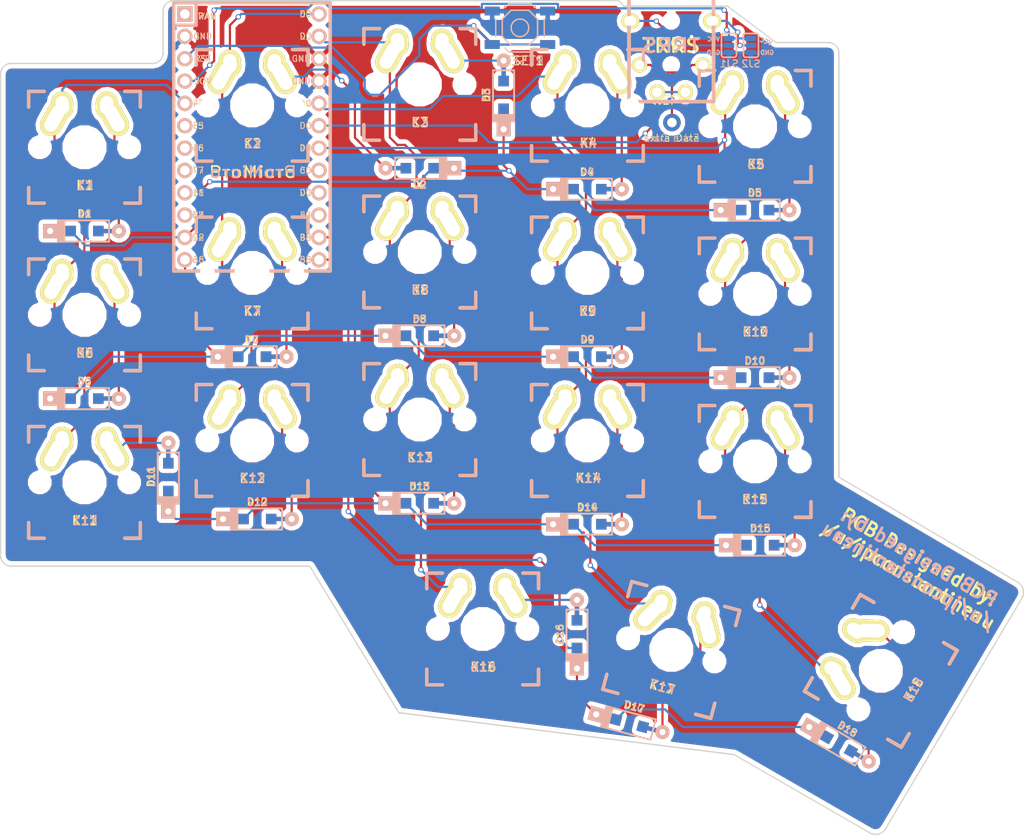
<source format=kicad_pcb>
(kicad_pcb (version 4) (host pcbnew 4.0.7)
  (layers (0 F.Cu signal hide) (31 B.Cu signal hide) (34 B.Paste user hide) (35 F.Paste user hide) (36 B.SilkS user) (37 F.SilkS user) (38 B.Mask user) (39 F.Mask user) (44 Edge.Cuts user))
  (net 0 "")
  (net 1 "Net-(D1-Pad2)")
  (net 2 /row1)
  (net 3 "Net-(D2-Pad2)")
  (net 4 "Net-(D3-Pad2)")
  (net 5 "Net-(D4-Pad2)")
  (net 6 "Net-(D5-Pad2)")
  (net 7 "Net-(D6-Pad2)")
  (net 8 /row2)
  (net 9 "Net-(D7-Pad2)")
  (net 10 "Net-(D8-Pad2)")
  (net 11 "Net-(D9-Pad2)")
  (net 12 "Net-(D10-Pad2)")
  (net 13 "Net-(D11-Pad2)")
  (net 14 /row3)
  (net 15 "Net-(D12-Pad2)")
  (net 16 "Net-(D13-Pad2)")
  (net 17 "Net-(D14-Pad2)")
  (net 18 "Net-(D15-Pad2)")
  (net 19 "Net-(D16-Pad2)")
  (net 20 /row4)
  (net 21 "Net-(D17-Pad2)")
  (net 22 "Net-(D18-Pad2)")
  (net 23 /col1)
  (net 24 /col2)
  (net 25 /col3)
  (net 26 /col4)
  (net 27 /col5)
  (net 28 /data)
  (net 29 "Net-(K19-Pad2)")
  (net 30 "Net-(K19-Pad1)")
  (net 31 "Net-(K19-Pad4)")
  (net 32 GND)
  (net 33 VCC)
  (net 34 "Net-(U1-Pad1)")
  (net 35 "Net-(U1-Pad6)")
  (net 36 "Net-(U1-Pad7)")
  (net 37 "Net-(U1-Pad8)")
  (net 38 "Net-(U1-Pad9)")
  (net 39 "Net-(U1-Pad10)")
  (net 40 "Net-(U1-Pad22)")
  (net 41 "Net-(U1-Pad21)")
  (net 42 "Net-(U1-Pad20)")
  (net 43 "Net-(RESET1-Pad1)")
  (module Buttons_Switches_SMD:SW_SPST_TL3342 (layer B.Cu) (at 136.5 57.38125)
    (fp_text reference RESET1 (at 0 3.75) (layer B.SilkS) (effects (justify mirror)))
    (fp_text value RESET)
    (pad 1 smd rect (at -3.15 1.9) (size 1.7 1) (layers B.Cu B.Paste B.Mask) (net 43 "Net-(RESET1-Pad1)"))
    (pad 1 smd rect (at 3.15 1.9) (size 1.7 1) (layers B.Cu B.Paste B.Mask) (net 43 "Net-(RESET1-Pad1)"))
    (pad 2 smd rect (at -3.15 -1.9) (size 1.7 1) (layers B.Cu B.Paste B.Mask) (net 32 GND))
    (pad 2 smd rect (at 3.15 -1.9) (size 1.7 1) (layers B.Cu B.Paste B.Mask) (net 32 GND))
  )
  (module Buttons_Switches_SMD:SW_SPST_TL3342 (layer F.Cu) (at 136.5 57.38125 180)
    (fp_text reference RESET1 (at 0 -3.75 180) (layer F.SilkS))
    (fp_text value RESET)
    (pad 1 smd rect (at -3.15 -1.9 180) (size 1.7 1) (layers F.Cu F.Paste F.Mask) (net 43 "Net-(RESET1-Pad1)"))
    (pad 1 smd rect (at 3.15 -1.9 180) (size 1.7 1) (layers F.Cu F.Paste F.Mask) (net 43 "Net-(RESET1-Pad1)"))
    (pad 2 smd rect (at -3.15 1.9 180) (size 1.7 1) (layers F.Cu F.Paste F.Mask) (net 32 GND))
    (pad 2 smd rect (at 3.15 1.9 180) (size 1.7 1) (layers F.Cu F.Paste F.Mask) (net 32 GND))
  )
  (module Wire_Pads:SolderWirePad_single_0-8mmDrill (layer F.Cu) (at 153.7716 68.1482)
    (fp_text reference REF** (at 0 -2.54) (layer F.SilkS))
    (fp_text value SolderWirePad_single_0-8mmDrill)
    (pad 1 thru_hole circle (at 0 0) (size 1.99898 1.99898) (drill 1.0922) (layers *.Cu *.Mask) (net 29 "Net-(K19-Pad2)"))
  )
  (module canadian_footprints:D_SOD123_axial-dual (layer B.Cu) (at 87.01875 80.4875)
    (fp_text reference D1 (at 0 -1.925) (layer B.SilkS) (effects (font (size 0.8 0.8)) (justify mirror)))
    (fp_text value D hide)
    (pad 1 smd rect (at -2.7 0) (size 2.5 0.5) (layers F.Cu) (net 2 /row1))
    (pad 1 smd rect (at -1.575 0) (size 1.2 1.2) (layers F.Cu F.Paste F.Mask) (net 2 /row1))
    (pad 2 smd rect (at 1.575 0) (size 1.2 1.2) (layers F.Cu F.Paste F.Mask) (net 1 "Net-(D1-Pad2)"))
    (pad 2 smd rect (at 2.7 0) (size 2.5 0.5) (layers F.Cu) (net 1 "Net-(D1-Pad2)"))
    (pad 2 smd rect (at 1.575 0) (size 1.2 1.2) (layers B.Cu B.Paste B.Mask) (net 1 "Net-(D1-Pad2)"))
    (pad 1 smd rect (at -1.575 0) (size 1.2 1.2) (layers B.Cu B.Paste B.Mask) (net 2 /row1))
    (pad 1 thru_hole rect (at -3.9 0) (size 1.6 1.6) (drill 0.7) (layers *.Cu *.Mask B.SilkS) (net 2 /row1))
    (pad 2 thru_hole circle (at 3.9 0) (size 1.6 1.6) (drill 0.7) (layers *.Cu *.Mask B.SilkS) (net 1 "Net-(D1-Pad2)"))
    (pad 1 smd rect (at -2.7 0) (size 2.5 0.5) (layers B.Cu) (net 2 /row1))
    (pad 2 smd rect (at 2.7 0) (size 2.5 0.5) (layers B.Cu) (net 1 "Net-(D1-Pad2)"))
  )
  (module canadian_footprints:D_SOD123_axial-dual (layer B.Cu) (at 125.11875 73.34375 180)
    (fp_text reference D2 (at 0 -1.925 180) (layer B.SilkS) (effects (font (size 0.8 0.8)) (justify mirror)))
    (fp_text value D hide)
    (pad 1 smd rect (at -2.7 0 180) (size 2.5 0.5) (layers F.Cu) (net 2 /row1))
    (pad 1 smd rect (at -1.575 0 180) (size 1.2 1.2) (layers F.Cu F.Paste F.Mask) (net 2 /row1))
    (pad 2 smd rect (at 1.575 0 180) (size 1.2 1.2) (layers F.Cu F.Paste F.Mask) (net 3 "Net-(D2-Pad2)"))
    (pad 2 smd rect (at 2.7 0 180) (size 2.5 0.5) (layers F.Cu) (net 3 "Net-(D2-Pad2)"))
    (pad 2 smd rect (at 1.575 0 180) (size 1.2 1.2) (layers B.Cu B.Paste B.Mask) (net 3 "Net-(D2-Pad2)"))
    (pad 1 smd rect (at -1.575 0 180) (size 1.2 1.2) (layers B.Cu B.Paste B.Mask) (net 2 /row1))
    (pad 1 thru_hole rect (at -3.9 0 180) (size 1.6 1.6) (drill 0.7) (layers *.Cu *.Mask B.SilkS) (net 2 /row1))
    (pad 2 thru_hole circle (at 3.9 0 180) (size 1.6 1.6) (drill 0.7) (layers *.Cu *.Mask B.SilkS) (net 3 "Net-(D2-Pad2)"))
    (pad 1 smd rect (at -2.7 0 180) (size 2.5 0.5) (layers B.Cu) (net 2 /row1))
    (pad 2 smd rect (at 2.7 0 180) (size 2.5 0.5) (layers B.Cu) (net 3 "Net-(D2-Pad2)"))
  )
  (module canadian_footprints:D_SOD123_axial-dual (layer B.Cu) (at 134.64375 65.009375 90)
    (fp_text reference D3 (at 0 -1.925 90) (layer B.SilkS) (effects (font (size 0.8 0.8)) (justify mirror)))
    (fp_text value D hide)
    (pad 1 smd rect (at -2.7 0 90) (size 2.5 0.5) (layers F.Cu) (net 2 /row1))
    (pad 1 smd rect (at -1.575 0 90) (size 1.2 1.2) (layers F.Cu F.Paste F.Mask) (net 2 /row1))
    (pad 2 smd rect (at 1.575 0 90) (size 1.2 1.2) (layers F.Cu F.Paste F.Mask) (net 4 "Net-(D3-Pad2)"))
    (pad 2 smd rect (at 2.7 0 90) (size 2.5 0.5) (layers F.Cu) (net 4 "Net-(D3-Pad2)"))
    (pad 2 smd rect (at 1.575 0 90) (size 1.2 1.2) (layers B.Cu B.Paste B.Mask) (net 4 "Net-(D3-Pad2)"))
    (pad 1 smd rect (at -1.575 0 90) (size 1.2 1.2) (layers B.Cu B.Paste B.Mask) (net 2 /row1))
    (pad 1 thru_hole rect (at -3.9 0 90) (size 1.6 1.6) (drill 0.7) (layers *.Cu *.Mask B.SilkS) (net 2 /row1))
    (pad 2 thru_hole circle (at 3.9 0 90) (size 1.6 1.6) (drill 0.7) (layers *.Cu *.Mask B.SilkS) (net 4 "Net-(D3-Pad2)"))
    (pad 1 smd rect (at -2.7 0 90) (size 2.5 0.5) (layers B.Cu) (net 2 /row1))
    (pad 2 smd rect (at 2.7 0 90) (size 2.5 0.5) (layers B.Cu) (net 4 "Net-(D3-Pad2)"))
  )
  (module canadian_footprints:D_SOD123_axial-dual (layer B.Cu) (at 144.16875 75.725)
    (fp_text reference D4 (at 0 -1.925) (layer B.SilkS) (effects (font (size 0.8 0.8)) (justify mirror)))
    (fp_text value D hide)
    (pad 1 smd rect (at -2.7 0) (size 2.5 0.5) (layers F.Cu) (net 2 /row1))
    (pad 1 smd rect (at -1.575 0) (size 1.2 1.2) (layers F.Cu F.Paste F.Mask) (net 2 /row1))
    (pad 2 smd rect (at 1.575 0) (size 1.2 1.2) (layers F.Cu F.Paste F.Mask) (net 5 "Net-(D4-Pad2)"))
    (pad 2 smd rect (at 2.7 0) (size 2.5 0.5) (layers F.Cu) (net 5 "Net-(D4-Pad2)"))
    (pad 2 smd rect (at 1.575 0) (size 1.2 1.2) (layers B.Cu B.Paste B.Mask) (net 5 "Net-(D4-Pad2)"))
    (pad 1 smd rect (at -1.575 0) (size 1.2 1.2) (layers B.Cu B.Paste B.Mask) (net 2 /row1))
    (pad 1 thru_hole rect (at -3.9 0) (size 1.6 1.6) (drill 0.7) (layers *.Cu *.Mask B.SilkS) (net 2 /row1))
    (pad 2 thru_hole circle (at 3.9 0) (size 1.6 1.6) (drill 0.7) (layers *.Cu *.Mask B.SilkS) (net 5 "Net-(D4-Pad2)"))
    (pad 1 smd rect (at -2.7 0) (size 2.5 0.5) (layers B.Cu) (net 2 /row1))
    (pad 2 smd rect (at 2.7 0) (size 2.5 0.5) (layers B.Cu) (net 5 "Net-(D4-Pad2)"))
  )
  (module canadian_footprints:D_SOD123_axial-dual (layer B.Cu) (at 163.21875 78.10625)
    (fp_text reference D5 (at 0 -1.925) (layer B.SilkS) (effects (font (size 0.8 0.8)) (justify mirror)))
    (fp_text value D hide)
    (pad 1 smd rect (at -2.7 0) (size 2.5 0.5) (layers F.Cu) (net 2 /row1))
    (pad 1 smd rect (at -1.575 0) (size 1.2 1.2) (layers F.Cu F.Paste F.Mask) (net 2 /row1))
    (pad 2 smd rect (at 1.575 0) (size 1.2 1.2) (layers F.Cu F.Paste F.Mask) (net 6 "Net-(D5-Pad2)"))
    (pad 2 smd rect (at 2.7 0) (size 2.5 0.5) (layers F.Cu) (net 6 "Net-(D5-Pad2)"))
    (pad 2 smd rect (at 1.575 0) (size 1.2 1.2) (layers B.Cu B.Paste B.Mask) (net 6 "Net-(D5-Pad2)"))
    (pad 1 smd rect (at -1.575 0) (size 1.2 1.2) (layers B.Cu B.Paste B.Mask) (net 2 /row1))
    (pad 1 thru_hole rect (at -3.9 0) (size 1.6 1.6) (drill 0.7) (layers *.Cu *.Mask B.SilkS) (net 2 /row1))
    (pad 2 thru_hole circle (at 3.9 0) (size 1.6 1.6) (drill 0.7) (layers *.Cu *.Mask B.SilkS) (net 6 "Net-(D5-Pad2)"))
    (pad 1 smd rect (at -2.7 0) (size 2.5 0.5) (layers B.Cu) (net 2 /row1))
    (pad 2 smd rect (at 2.7 0) (size 2.5 0.5) (layers B.Cu) (net 6 "Net-(D5-Pad2)"))
  )
  (module canadian_footprints:D_SOD123_axial-dual (layer B.Cu) (at 87.01875 99.5375)
    (fp_text reference D6 (at 0 -1.925) (layer B.SilkS) (effects (font (size 0.8 0.8)) (justify mirror)))
    (fp_text value D hide)
    (pad 1 smd rect (at -2.7 0) (size 2.5 0.5) (layers F.Cu) (net 8 /row2))
    (pad 1 smd rect (at -1.575 0) (size 1.2 1.2) (layers F.Cu F.Paste F.Mask) (net 8 /row2))
    (pad 2 smd rect (at 1.575 0) (size 1.2 1.2) (layers F.Cu F.Paste F.Mask) (net 7 "Net-(D6-Pad2)"))
    (pad 2 smd rect (at 2.7 0) (size 2.5 0.5) (layers F.Cu) (net 7 "Net-(D6-Pad2)"))
    (pad 2 smd rect (at 1.575 0) (size 1.2 1.2) (layers B.Cu B.Paste B.Mask) (net 7 "Net-(D6-Pad2)"))
    (pad 1 smd rect (at -1.575 0) (size 1.2 1.2) (layers B.Cu B.Paste B.Mask) (net 8 /row2))
    (pad 1 thru_hole rect (at -3.9 0) (size 1.6 1.6) (drill 0.7) (layers *.Cu *.Mask B.SilkS) (net 8 /row2))
    (pad 2 thru_hole circle (at 3.9 0) (size 1.6 1.6) (drill 0.7) (layers *.Cu *.Mask B.SilkS) (net 7 "Net-(D6-Pad2)"))
    (pad 1 smd rect (at -2.7 0) (size 2.5 0.5) (layers B.Cu) (net 8 /row2))
    (pad 2 smd rect (at 2.7 0) (size 2.5 0.5) (layers B.Cu) (net 7 "Net-(D6-Pad2)"))
  )
  (module canadian_footprints:D_SOD123_axial-dual (layer B.Cu) (at 106.06875 94.775)
    (fp_text reference D7 (at 0 -1.925) (layer B.SilkS) (effects (font (size 0.8 0.8)) (justify mirror)))
    (fp_text value D hide)
    (pad 1 smd rect (at -2.7 0) (size 2.5 0.5) (layers F.Cu) (net 8 /row2))
    (pad 1 smd rect (at -1.575 0) (size 1.2 1.2) (layers F.Cu F.Paste F.Mask) (net 8 /row2))
    (pad 2 smd rect (at 1.575 0) (size 1.2 1.2) (layers F.Cu F.Paste F.Mask) (net 9 "Net-(D7-Pad2)"))
    (pad 2 smd rect (at 2.7 0) (size 2.5 0.5) (layers F.Cu) (net 9 "Net-(D7-Pad2)"))
    (pad 2 smd rect (at 1.575 0) (size 1.2 1.2) (layers B.Cu B.Paste B.Mask) (net 9 "Net-(D7-Pad2)"))
    (pad 1 smd rect (at -1.575 0) (size 1.2 1.2) (layers B.Cu B.Paste B.Mask) (net 8 /row2))
    (pad 1 thru_hole rect (at -3.9 0) (size 1.6 1.6) (drill 0.7) (layers *.Cu *.Mask B.SilkS) (net 8 /row2))
    (pad 2 thru_hole circle (at 3.9 0) (size 1.6 1.6) (drill 0.7) (layers *.Cu *.Mask B.SilkS) (net 9 "Net-(D7-Pad2)"))
    (pad 1 smd rect (at -2.7 0) (size 2.5 0.5) (layers B.Cu) (net 8 /row2))
    (pad 2 smd rect (at 2.7 0) (size 2.5 0.5) (layers B.Cu) (net 9 "Net-(D7-Pad2)"))
  )
  (module canadian_footprints:D_SOD123_axial-dual (layer B.Cu) (at 125.11875 92.39375)
    (fp_text reference D8 (at 0 -1.925) (layer B.SilkS) (effects (font (size 0.8 0.8)) (justify mirror)))
    (fp_text value D hide)
    (pad 1 smd rect (at -2.7 0) (size 2.5 0.5) (layers F.Cu) (net 8 /row2))
    (pad 1 smd rect (at -1.575 0) (size 1.2 1.2) (layers F.Cu F.Paste F.Mask) (net 8 /row2))
    (pad 2 smd rect (at 1.575 0) (size 1.2 1.2) (layers F.Cu F.Paste F.Mask) (net 10 "Net-(D8-Pad2)"))
    (pad 2 smd rect (at 2.7 0) (size 2.5 0.5) (layers F.Cu) (net 10 "Net-(D8-Pad2)"))
    (pad 2 smd rect (at 1.575 0) (size 1.2 1.2) (layers B.Cu B.Paste B.Mask) (net 10 "Net-(D8-Pad2)"))
    (pad 1 smd rect (at -1.575 0) (size 1.2 1.2) (layers B.Cu B.Paste B.Mask) (net 8 /row2))
    (pad 1 thru_hole rect (at -3.9 0) (size 1.6 1.6) (drill 0.7) (layers *.Cu *.Mask B.SilkS) (net 8 /row2))
    (pad 2 thru_hole circle (at 3.9 0) (size 1.6 1.6) (drill 0.7) (layers *.Cu *.Mask B.SilkS) (net 10 "Net-(D8-Pad2)"))
    (pad 1 smd rect (at -2.7 0) (size 2.5 0.5) (layers B.Cu) (net 8 /row2))
    (pad 2 smd rect (at 2.7 0) (size 2.5 0.5) (layers B.Cu) (net 10 "Net-(D8-Pad2)"))
  )
  (module canadian_footprints:D_SOD123_axial-dual (layer B.Cu) (at 144.16875 94.775)
    (fp_text reference D9 (at 0 -1.925) (layer B.SilkS) (effects (font (size 0.8 0.8)) (justify mirror)))
    (fp_text value D hide)
    (pad 1 smd rect (at -2.7 0) (size 2.5 0.5) (layers F.Cu) (net 8 /row2))
    (pad 1 smd rect (at -1.575 0) (size 1.2 1.2) (layers F.Cu F.Paste F.Mask) (net 8 /row2))
    (pad 2 smd rect (at 1.575 0) (size 1.2 1.2) (layers F.Cu F.Paste F.Mask) (net 11 "Net-(D9-Pad2)"))
    (pad 2 smd rect (at 2.7 0) (size 2.5 0.5) (layers F.Cu) (net 11 "Net-(D9-Pad2)"))
    (pad 2 smd rect (at 1.575 0) (size 1.2 1.2) (layers B.Cu B.Paste B.Mask) (net 11 "Net-(D9-Pad2)"))
    (pad 1 smd rect (at -1.575 0) (size 1.2 1.2) (layers B.Cu B.Paste B.Mask) (net 8 /row2))
    (pad 1 thru_hole rect (at -3.9 0) (size 1.6 1.6) (drill 0.7) (layers *.Cu *.Mask B.SilkS) (net 8 /row2))
    (pad 2 thru_hole circle (at 3.9 0) (size 1.6 1.6) (drill 0.7) (layers *.Cu *.Mask B.SilkS) (net 11 "Net-(D9-Pad2)"))
    (pad 1 smd rect (at -2.7 0) (size 2.5 0.5) (layers B.Cu) (net 8 /row2))
    (pad 2 smd rect (at 2.7 0) (size 2.5 0.5) (layers B.Cu) (net 11 "Net-(D9-Pad2)"))
  )
  (module canadian_footprints:D_SOD123_axial-dual (layer B.Cu) (at 163.21875 97.15625)
    (fp_text reference D10 (at 0 -1.925) (layer B.SilkS) (effects (font (size 0.8 0.8)) (justify mirror)))
    (fp_text value D hide)
    (pad 1 smd rect (at -2.7 0) (size 2.5 0.5) (layers F.Cu) (net 8 /row2))
    (pad 1 smd rect (at -1.575 0) (size 1.2 1.2) (layers F.Cu F.Paste F.Mask) (net 8 /row2))
    (pad 2 smd rect (at 1.575 0) (size 1.2 1.2) (layers F.Cu F.Paste F.Mask) (net 12 "Net-(D10-Pad2)"))
    (pad 2 smd rect (at 2.7 0) (size 2.5 0.5) (layers F.Cu) (net 12 "Net-(D10-Pad2)"))
    (pad 2 smd rect (at 1.575 0) (size 1.2 1.2) (layers B.Cu B.Paste B.Mask) (net 12 "Net-(D10-Pad2)"))
    (pad 1 smd rect (at -1.575 0) (size 1.2 1.2) (layers B.Cu B.Paste B.Mask) (net 8 /row2))
    (pad 1 thru_hole rect (at -3.9 0) (size 1.6 1.6) (drill 0.7) (layers *.Cu *.Mask B.SilkS) (net 8 /row2))
    (pad 2 thru_hole circle (at 3.9 0) (size 1.6 1.6) (drill 0.7) (layers *.Cu *.Mask B.SilkS) (net 12 "Net-(D10-Pad2)"))
    (pad 1 smd rect (at -2.7 0) (size 2.5 0.5) (layers B.Cu) (net 8 /row2))
    (pad 2 smd rect (at 2.7 0) (size 2.5 0.5) (layers B.Cu) (net 12 "Net-(D10-Pad2)"))
  )
  (module canadian_footprints:D_SOD123_axial-dual (layer B.Cu) (at 96.54375 108.467188 90)
    (fp_text reference D11 (at 0 -1.925 90) (layer B.SilkS) (effects (font (size 0.8 0.8)) (justify mirror)))
    (fp_text value D hide)
    (pad 1 smd rect (at -2.7 0 90) (size 2.5 0.5) (layers F.Cu) (net 14 /row3))
    (pad 1 smd rect (at -1.575 0 90) (size 1.2 1.2) (layers F.Cu F.Paste F.Mask) (net 14 /row3))
    (pad 2 smd rect (at 1.575 0 90) (size 1.2 1.2) (layers F.Cu F.Paste F.Mask) (net 13 "Net-(D11-Pad2)"))
    (pad 2 smd rect (at 2.7 0 90) (size 2.5 0.5) (layers F.Cu) (net 13 "Net-(D11-Pad2)"))
    (pad 2 smd rect (at 1.575 0 90) (size 1.2 1.2) (layers B.Cu B.Paste B.Mask) (net 13 "Net-(D11-Pad2)"))
    (pad 1 smd rect (at -1.575 0 90) (size 1.2 1.2) (layers B.Cu B.Paste B.Mask) (net 14 /row3))
    (pad 1 thru_hole rect (at -3.9 0 90) (size 1.6 1.6) (drill 0.7) (layers *.Cu *.Mask B.SilkS) (net 14 /row3))
    (pad 2 thru_hole circle (at 3.9 0 90) (size 1.6 1.6) (drill 0.7) (layers *.Cu *.Mask B.SilkS) (net 13 "Net-(D11-Pad2)"))
    (pad 1 smd rect (at -2.7 0 90) (size 2.5 0.5) (layers B.Cu) (net 14 /row3))
    (pad 2 smd rect (at 2.7 0 90) (size 2.5 0.5) (layers B.Cu) (net 13 "Net-(D11-Pad2)"))
  )
  (module canadian_footprints:D_SOD123_axial-dual (layer B.Cu) (at 106.664063 113.229688)
    (fp_text reference D12 (at 0 -1.925) (layer B.SilkS) (effects (font (size 0.8 0.8)) (justify mirror)))
    (fp_text value D hide)
    (pad 1 smd rect (at -2.7 0) (size 2.5 0.5) (layers F.Cu) (net 14 /row3))
    (pad 1 smd rect (at -1.575 0) (size 1.2 1.2) (layers F.Cu F.Paste F.Mask) (net 14 /row3))
    (pad 2 smd rect (at 1.575 0) (size 1.2 1.2) (layers F.Cu F.Paste F.Mask) (net 15 "Net-(D12-Pad2)"))
    (pad 2 smd rect (at 2.7 0) (size 2.5 0.5) (layers F.Cu) (net 15 "Net-(D12-Pad2)"))
    (pad 2 smd rect (at 1.575 0) (size 1.2 1.2) (layers B.Cu B.Paste B.Mask) (net 15 "Net-(D12-Pad2)"))
    (pad 1 smd rect (at -1.575 0) (size 1.2 1.2) (layers B.Cu B.Paste B.Mask) (net 14 /row3))
    (pad 1 thru_hole rect (at -3.9 0) (size 1.6 1.6) (drill 0.7) (layers *.Cu *.Mask B.SilkS) (net 14 /row3))
    (pad 2 thru_hole circle (at 3.9 0) (size 1.6 1.6) (drill 0.7) (layers *.Cu *.Mask B.SilkS) (net 15 "Net-(D12-Pad2)"))
    (pad 1 smd rect (at -2.7 0) (size 2.5 0.5) (layers B.Cu) (net 14 /row3))
    (pad 2 smd rect (at 2.7 0) (size 2.5 0.5) (layers B.Cu) (net 15 "Net-(D12-Pad2)"))
  )
  (module canadian_footprints:D_SOD123_axial-dual (layer B.Cu) (at 125.11875 111.44375)
    (fp_text reference D13 (at 0 -1.925) (layer B.SilkS) (effects (font (size 0.8 0.8)) (justify mirror)))
    (fp_text value D hide)
    (pad 1 smd rect (at -2.7 0) (size 2.5 0.5) (layers F.Cu) (net 14 /row3))
    (pad 1 smd rect (at -1.575 0) (size 1.2 1.2) (layers F.Cu F.Paste F.Mask) (net 14 /row3))
    (pad 2 smd rect (at 1.575 0) (size 1.2 1.2) (layers F.Cu F.Paste F.Mask) (net 16 "Net-(D13-Pad2)"))
    (pad 2 smd rect (at 2.7 0) (size 2.5 0.5) (layers F.Cu) (net 16 "Net-(D13-Pad2)"))
    (pad 2 smd rect (at 1.575 0) (size 1.2 1.2) (layers B.Cu B.Paste B.Mask) (net 16 "Net-(D13-Pad2)"))
    (pad 1 smd rect (at -1.575 0) (size 1.2 1.2) (layers B.Cu B.Paste B.Mask) (net 14 /row3))
    (pad 1 thru_hole rect (at -3.9 0) (size 1.6 1.6) (drill 0.7) (layers *.Cu *.Mask B.SilkS) (net 14 /row3))
    (pad 2 thru_hole circle (at 3.9 0) (size 1.6 1.6) (drill 0.7) (layers *.Cu *.Mask B.SilkS) (net 16 "Net-(D13-Pad2)"))
    (pad 1 smd rect (at -2.7 0) (size 2.5 0.5) (layers B.Cu) (net 14 /row3))
    (pad 2 smd rect (at 2.7 0) (size 2.5 0.5) (layers B.Cu) (net 16 "Net-(D13-Pad2)"))
  )
  (module canadian_footprints:D_SOD123_axial-dual (layer B.Cu) (at 144.16875 113.825)
    (fp_text reference D14 (at 0 -1.925) (layer B.SilkS) (effects (font (size 0.8 0.8)) (justify mirror)))
    (fp_text value D hide)
    (pad 1 smd rect (at -2.7 0) (size 2.5 0.5) (layers F.Cu) (net 14 /row3))
    (pad 1 smd rect (at -1.575 0) (size 1.2 1.2) (layers F.Cu F.Paste F.Mask) (net 14 /row3))
    (pad 2 smd rect (at 1.575 0) (size 1.2 1.2) (layers F.Cu F.Paste F.Mask) (net 17 "Net-(D14-Pad2)"))
    (pad 2 smd rect (at 2.7 0) (size 2.5 0.5) (layers F.Cu) (net 17 "Net-(D14-Pad2)"))
    (pad 2 smd rect (at 1.575 0) (size 1.2 1.2) (layers B.Cu B.Paste B.Mask) (net 17 "Net-(D14-Pad2)"))
    (pad 1 smd rect (at -1.575 0) (size 1.2 1.2) (layers B.Cu B.Paste B.Mask) (net 14 /row3))
    (pad 1 thru_hole rect (at -3.9 0) (size 1.6 1.6) (drill 0.7) (layers *.Cu *.Mask B.SilkS) (net 14 /row3))
    (pad 2 thru_hole circle (at 3.9 0) (size 1.6 1.6) (drill 0.7) (layers *.Cu *.Mask B.SilkS) (net 17 "Net-(D14-Pad2)"))
    (pad 1 smd rect (at -2.7 0) (size 2.5 0.5) (layers B.Cu) (net 14 /row3))
    (pad 2 smd rect (at 2.7 0) (size 2.5 0.5) (layers B.Cu) (net 17 "Net-(D14-Pad2)"))
  )
  (module canadian_footprints:D_SOD123_axial-dual (layer B.Cu) (at 163.814063 116.20625)
    (fp_text reference D15 (at 0 -1.925) (layer B.SilkS) (effects (font (size 0.8 0.8)) (justify mirror)))
    (fp_text value D hide)
    (pad 1 smd rect (at -2.7 0) (size 2.5 0.5) (layers F.Cu) (net 14 /row3))
    (pad 1 smd rect (at -1.575 0) (size 1.2 1.2) (layers F.Cu F.Paste F.Mask) (net 14 /row3))
    (pad 2 smd rect (at 1.575 0) (size 1.2 1.2) (layers F.Cu F.Paste F.Mask) (net 18 "Net-(D15-Pad2)"))
    (pad 2 smd rect (at 2.7 0) (size 2.5 0.5) (layers F.Cu) (net 18 "Net-(D15-Pad2)"))
    (pad 2 smd rect (at 1.575 0) (size 1.2 1.2) (layers B.Cu B.Paste B.Mask) (net 18 "Net-(D15-Pad2)"))
    (pad 1 smd rect (at -1.575 0) (size 1.2 1.2) (layers B.Cu B.Paste B.Mask) (net 14 /row3))
    (pad 1 thru_hole rect (at -3.9 0) (size 1.6 1.6) (drill 0.7) (layers *.Cu *.Mask B.SilkS) (net 14 /row3))
    (pad 2 thru_hole circle (at 3.9 0) (size 1.6 1.6) (drill 0.7) (layers *.Cu *.Mask B.SilkS) (net 18 "Net-(D15-Pad2)"))
    (pad 1 smd rect (at -2.7 0) (size 2.5 0.5) (layers B.Cu) (net 14 /row3))
    (pad 2 smd rect (at 2.7 0) (size 2.5 0.5) (layers B.Cu) (net 18 "Net-(D15-Pad2)"))
  )
  (module canadian_footprints:D_SOD123_axial-dual (layer B.Cu) (at 142.978125 126.326563 90)
    (fp_text reference D16 (at 0 -1.925 90) (layer B.SilkS) (effects (font (size 0.8 0.8)) (justify mirror)))
    (fp_text value D hide)
    (pad 1 smd rect (at -2.7 0 90) (size 2.5 0.5) (layers F.Cu) (net 20 /row4))
    (pad 1 smd rect (at -1.575 0 90) (size 1.2 1.2) (layers F.Cu F.Paste F.Mask) (net 20 /row4))
    (pad 2 smd rect (at 1.575 0 90) (size 1.2 1.2) (layers F.Cu F.Paste F.Mask) (net 19 "Net-(D16-Pad2)"))
    (pad 2 smd rect (at 2.7 0 90) (size 2.5 0.5) (layers F.Cu) (net 19 "Net-(D16-Pad2)"))
    (pad 2 smd rect (at 1.575 0 90) (size 1.2 1.2) (layers B.Cu B.Paste B.Mask) (net 19 "Net-(D16-Pad2)"))
    (pad 1 smd rect (at -1.575 0 90) (size 1.2 1.2) (layers B.Cu B.Paste B.Mask) (net 20 /row4))
    (pad 1 thru_hole rect (at -3.9 0 90) (size 1.6 1.6) (drill 0.7) (layers *.Cu *.Mask B.SilkS) (net 20 /row4))
    (pad 2 thru_hole circle (at 3.9 0 90) (size 1.6 1.6) (drill 0.7) (layers *.Cu *.Mask B.SilkS) (net 19 "Net-(D16-Pad2)"))
    (pad 1 smd rect (at -2.7 0 90) (size 2.5 0.5) (layers B.Cu) (net 20 /row4))
    (pad 2 smd rect (at 2.7 0 90) (size 2.5 0.5) (layers B.Cu) (net 19 "Net-(D16-Pad2)"))
  )
  (module canadian_footprints:D_SOD123_axial-dual (layer B.Cu) (at 148.93125 136.446875 345)
    (fp_text reference D17 (at 0 -1.925 345) (layer B.SilkS) (effects (font (size 0.8 0.8)) (justify mirror)))
    (fp_text value D hide)
    (pad 1 smd rect (at -2.7 0 345) (size 2.5 0.5) (layers F.Cu) (net 20 /row4))
    (pad 1 smd rect (at -1.575 0 345) (size 1.2 1.2) (layers F.Cu F.Paste F.Mask) (net 20 /row4))
    (pad 2 smd rect (at 1.575 0 345) (size 1.2 1.2) (layers F.Cu F.Paste F.Mask) (net 21 "Net-(D17-Pad2)"))
    (pad 2 smd rect (at 2.7 0 345) (size 2.5 0.5) (layers F.Cu) (net 21 "Net-(D17-Pad2)"))
    (pad 2 smd rect (at 1.575 0 345) (size 1.2 1.2) (layers B.Cu B.Paste B.Mask) (net 21 "Net-(D17-Pad2)"))
    (pad 1 smd rect (at -1.575 0 345) (size 1.2 1.2) (layers B.Cu B.Paste B.Mask) (net 20 /row4))
    (pad 1 thru_hole rect (at -3.9 0 345) (size 1.6 1.6) (drill 0.7) (layers *.Cu *.Mask B.SilkS) (net 20 /row4))
    (pad 2 thru_hole circle (at 3.9 0 345) (size 1.6 1.6) (drill 0.7) (layers *.Cu *.Mask B.SilkS) (net 21 "Net-(D17-Pad2)"))
    (pad 1 smd rect (at -2.7 0 345) (size 2.5 0.5) (layers B.Cu) (net 20 /row4))
    (pad 2 smd rect (at 2.7 0 345) (size 2.5 0.5) (layers B.Cu) (net 21 "Net-(D17-Pad2)"))
  )
  (module canadian_footprints:D_SOD123_axial-dual (layer B.Cu) (at 172.74375 138.828125 330)
    (fp_text reference D18 (at 0 -1.925 330) (layer B.SilkS) (effects (font (size 0.8 0.8)) (justify mirror)))
    (fp_text value D hide)
    (pad 1 smd rect (at -2.7 0 330) (size 2.5 0.5) (layers F.Cu) (net 20 /row4))
    (pad 1 smd rect (at -1.575 0 330) (size 1.2 1.2) (layers F.Cu F.Paste F.Mask) (net 20 /row4))
    (pad 2 smd rect (at 1.575 0 330) (size 1.2 1.2) (layers F.Cu F.Paste F.Mask) (net 22 "Net-(D18-Pad2)"))
    (pad 2 smd rect (at 2.7 0 330) (size 2.5 0.5) (layers F.Cu) (net 22 "Net-(D18-Pad2)"))
    (pad 2 smd rect (at 1.575 0 330) (size 1.2 1.2) (layers B.Cu B.Paste B.Mask) (net 22 "Net-(D18-Pad2)"))
    (pad 1 smd rect (at -1.575 0 330) (size 1.2 1.2) (layers B.Cu B.Paste B.Mask) (net 20 /row4))
    (pad 1 thru_hole rect (at -3.9 0 330) (size 1.6 1.6) (drill 0.7) (layers *.Cu *.Mask B.SilkS) (net 20 /row4))
    (pad 2 thru_hole circle (at 3.9 0 330) (size 1.6 1.6) (drill 0.7) (layers *.Cu *.Mask B.SilkS) (net 22 "Net-(D18-Pad2)"))
    (pad 1 smd rect (at -2.7 0 330) (size 2.5 0.5) (layers B.Cu) (net 20 /row4))
    (pad 2 smd rect (at 2.7 0 330) (size 2.5 0.5) (layers B.Cu) (net 22 "Net-(D18-Pad2)"))
  )
  (module canadian_footprints:Mx_Alps_175-dualside (layer F.Cu) (at 177.50625 130.49375 60)
    (fp_text reference K18 hide)
    (fp_text value KEYSW hide)
    (pad 1 thru_hole oval (at -2.52 -4.79 63.9) (size 2.5 3.08) (drill oval 1.5 2.08) (layers *.Cu *.Mask F.SilkS) (net 27 /col5))
    (pad 2 thru_hole oval (at 3.405 -3.27 89.05) (size 2.5 4.17) (drill oval 1.5 3.17) (layers *.Cu *.Mask F.SilkS) (net 22 "Net-(D18-Pad2)"))
    (pad HOLE np_thru_hole circle (at 0 0 60) (size 3.9878 3.9878) (drill 3.9878) (layers *.Cu))
    (pad HOLE np_thru_hole circle (at -5.08 0 60) (size 1.7018 1.7018) (drill 1.7018) (layers *.Cu))
    (pad HOLE np_thru_hole circle (at 5.08 0 60) (size 1.7018 1.7018) (drill 1.7018) (layers *.Cu))
    (pad 1 thru_hole oval (at -3.405 -3.27 30.95) (size 2.5 4.17) (drill oval 1.5 3.17) (layers *.Cu *.Mask F.SilkS) (net 27 /col5))
    (pad 2 thru_hole oval (at 2.52 -4.79 56.1) (size 2.5 3.08) (drill oval 1.5 2.08) (layers *.Cu *.Mask F.SilkS) (net 22 "Net-(D18-Pad2)"))
  )
  (module canadian_footprints:4pin35mmAudio-dualsided (layer F.Cu) (at 153.69375 53.698438 270)
    (fp_text reference K19 hide)
    (fp_text value TRRS (at 5.715 0 360) (layer F.SilkS) (effects (font (size 1.524 1.778) (thickness 0.3048))))
    (fp_text user TRRS (at 5.715 0 360) (layer B.SilkS) (effects (font (size 1.524 1.778) (thickness 0.3048)) (justify mirror)))
    (pad 3 thru_hole circle (at 10.9982 1.6002 90) (size 1.7526 1.7526) (drill 1.0922) (layers *.Cu *.Mask F.SilkS) (net 28 /data))
    (pad 2 thru_hole circle (at 7.8994 -3.6068 90) (size 1.7526 1.7526) (drill 1.0922) (layers *.Cu *.Mask F.SilkS) (net 29 "Net-(K19-Pad2)"))
    (pad 1 thru_hole oval (at 2.8956 -4.6482 270) (size 1.7526 2.0574) (drill oval 1.0922 1.397) (layers *.Cu *.Mask F.SilkS) (net 30 "Net-(K19-Pad1)"))
    (pad 2 thru_hole circle (at 7.8994 3.6068 270) (size 1.7526 1.7526) (drill 1.0922) (layers *.Cu *.Mask F.SilkS) (net 29 "Net-(K19-Pad2)"))
    (pad 3 thru_hole circle (at 10.9982 -1.6002 270) (size 1.7526 1.7526) (drill 1.0922) (layers *.Cu *.Mask F.SilkS) (net 28 /data))
    (pad 4 thru_hole oval (at 2.8956 4.6482 270) (size 1.7526 2.0574) (drill oval 1.0922 1.397) (layers *.Cu *.Mask F.SilkS) (net 31 "Net-(K19-Pad4)"))
    (pad HOLE np_thru_hole circle (at 2.8956 0 270) (size 0.9906 0.9906) (drill 0.9906) (layers *.Cu *.Mask F.SilkS))
    (pad HOLE np_thru_hole circle (at 7.8994 0 270) (size 0.9906 0.9906) (drill 0.9906) (layers *.Cu *.Mask F.SilkS))
  )
  (module canadian_footprints:SOLDER_JUMPER_3 (layer B.Cu) (at 160.25 59.38125 270)
    (fp_text reference SJ1 (at 2.08675 -0.024 360) (layer B.SilkS) (effects (font (size 0.8 0.8)) (justify mirror)))
    (fp_text value SOLDER_JUMPER_3 hide)
    (pad 2 smd rect (at 0 0 270) (size 0.6 1.2) (layers B.Cu B.Mask) (net 31 "Net-(K19-Pad4)") (clearance 0.1))
    (pad 3 smd rect (at 0.8 0 270) (size 0.6 1.2) (layers B.Cu B.Mask) (net 32 GND) (clearance 0.1))
    (pad 1 smd rect (at -0.8 0 270) (size 0.6 1.2) (layers B.Cu B.Mask) (net 33 VCC) (clearance 0.1))
  )
  (module canadian_footprints:SOLDER_JUMPER_3 (layer B.Cu) (at 162.75 59.38125 270)
    (fp_text reference SJ2 (at 2.08675 -0.0005 540) (layer B.SilkS) (effects (font (size 0.8 0.8)) (justify mirror)))
    (fp_text value SOLDER_JUMPER_3 hide)
    (pad 2 smd rect (at 0 0 270) (size 0.6 1.2) (layers B.Cu B.Mask) (net 30 "Net-(K19-Pad1)") (clearance 0.1))
    (pad 3 smd rect (at 0.8 0 270) (size 0.6 1.2) (layers B.Cu B.Mask) (net 32 GND) (clearance 0.1))
    (pad 1 smd rect (at -0.8 0 270) (size 0.6 1.2) (layers B.Cu B.Mask) (net 33 VCC) (clearance 0.1))
  )
  (module canadian_footprints:Pro_Micro (layer F.Cu) (at 106.045 68.2625)
    (fp_text reference U1)
    (fp_text value ProMicro (at 0.0635 5.5245) (layer F.SilkS) (effects (font (size 1.27 1.524) (thickness 0.2032))))
    (fp_text user RAW (at -5.08 -12.192) (layer B.SilkS) (effects (font (size 0.7 0.7) (thickness 0.1)) (justify mirror)))
    (fp_text user GND (at -5.588 -9.906) (layer B.SilkS) (effects (font (size 0.7 0.7) (thickness 0.1)) (justify mirror)))
    (fp_text user RST (at -5.588 -7.366) (layer B.SilkS) (effects (font (size 0.7 0.7) (thickness 0.1)) (justify mirror)))
    (fp_text user VCC (at -5.588 -4.826) (layer B.SilkS) (effects (font (size 0.7 0.7) (thickness 0.1)) (justify mirror)))
    (fp_text user F4 (at -6.096 -2.286) (layer B.SilkS) (effects (font (size 0.7 0.7) (thickness 0.1)) (justify mirror)))
    (fp_text user F5 (at -6.096 0.254) (layer B.SilkS) (effects (font (size 0.7 0.7) (thickness 0.1)) (justify mirror)))
    (fp_text user F7 (at -6.096 5.334) (layer B.SilkS) (effects (font (size 0.7 0.7) (thickness 0.1)) (justify mirror)))
    (fp_text user F6 (at -6.096 2.794) (layer B.SilkS) (effects (font (size 0.7 0.7) (thickness 0.1)) (justify mirror)))
    (fp_text user B1 (at -6.096 7.874) (layer B.SilkS) (effects (font (size 0.7 0.7) (thickness 0.1)) (justify mirror)))
    (fp_text user B3 (at -6.096 10.414) (layer B.SilkS) (effects (font (size 0.7 0.7) (thickness 0.1)) (justify mirror)))
    (fp_text user B2 (at -6.096 12.954) (layer B.SilkS) (effects (font (size 0.7 0.7) (thickness 0.1)) (justify mirror)))
    (fp_text user B6 (at -6.096 15.494) (layer B.SilkS) (effects (font (size 0.7 0.7) (thickness 0.1)) (justify mirror)))
    (fp_text user D3 (at 6.096 -12.446) (layer B.SilkS) (effects (font (size 0.7 0.7) (thickness 0.1)) (justify mirror)))
    (fp_text user D2 (at 6.096 -9.906) (layer B.SilkS) (effects (font (size 0.7 0.7) (thickness 0.1)) (justify mirror)))
    (fp_text user GND (at 5.588 -7.366) (layer B.SilkS) (effects (font (size 0.7 0.7) (thickness 0.1)) (justify mirror)))
    (fp_text user GND (at 5.588 -4.826) (layer B.SilkS) (effects (font (size 0.7 0.7) (thickness 0.1)) (justify mirror)))
    (fp_text user D1 (at 6.096 -2.286) (layer B.SilkS) (effects (font (size 0.7 0.7) (thickness 0.1)) (justify mirror)))
    (fp_text user D0 (at 6.096 0.254) (layer B.SilkS) (effects (font (size 0.7 0.7) (thickness 0.1)) (justify mirror)))
    (fp_text user D4 (at 6.096 2.794) (layer B.SilkS) (effects (font (size 0.7 0.7) (thickness 0.1)) (justify mirror)))
    (fp_text user C6 (at 6.096 5.334) (layer B.SilkS) (effects (font (size 0.7 0.7) (thickness 0.1)) (justify mirror)))
    (fp_text user D7 (at 6.096 7.874) (layer B.SilkS) (effects (font (size 0.7 0.7) (thickness 0.1)) (justify mirror)))
    (fp_text user E6 (at 6.096 10.414) (layer B.SilkS) (effects (font (size 0.7 0.7) (thickness 0.1)) (justify mirror)))
    (fp_text user B4 (at 6.096 12.954) (layer B.SilkS) (effects (font (size 0.7 0.7) (thickness 0.1)) (justify mirror)))
    (fp_text user B5 (at 6.096 15.494) (layer B.SilkS) (effects (font (size 0.7 0.7) (thickness 0.1)) (justify mirror)))
    (fp_text user B5 (at 6.096 15.494) (layer F.SilkS) (effects (font (size 0.7 0.7) (thickness 0.1))))
    (fp_text user B4 (at 6.096 12.954) (layer F.SilkS) (effects (font (size 0.7 0.7) (thickness 0.1))))
    (fp_text user E6 (at 6.096 10.414) (layer F.SilkS) (effects (font (size 0.7 0.7) (thickness 0.1))))
    (fp_text user D7 (at 6.096 7.874) (layer F.SilkS) (effects (font (size 0.7 0.7) (thickness 0.1))))
    (fp_text user C6 (at 6.096 5.334) (layer F.SilkS) (effects (font (size 0.7 0.7) (thickness 0.1))))
    (fp_text user D4 (at 6.096 2.794) (layer F.SilkS) (effects (font (size 0.7 0.7) (thickness 0.1))))
    (fp_text user D0 (at 6.096 0.254) (layer F.SilkS) (effects (font (size 0.7 0.7) (thickness 0.1))))
    (fp_text user D1 (at 6.096 -2.286) (layer F.SilkS) (effects (font (size 0.7 0.7) (thickness 0.1))))
    (fp_text user GND (at 5.588 -4.826) (layer F.SilkS) (effects (font (size 0.7 0.7) (thickness 0.1))))
    (fp_text user GND (at 5.588 -7.366) (layer F.SilkS) (effects (font (size 0.7 0.7) (thickness 0.1))))
    (fp_text user D2 (at 6.096 -9.906) (layer F.SilkS) (effects (font (size 0.7 0.7) (thickness 0.1))))
    (fp_text user D3 (at 6.096 -12.446) (layer F.SilkS) (effects (font (size 0.7 0.7) (thickness 0.1))))
    (fp_text user B6 (at -6.096 15.494) (layer F.SilkS) (effects (font (size 0.7 0.7) (thickness 0.1))))
    (fp_text user B2 (at -6.096 12.954) (layer F.SilkS) (effects (font (size 0.7 0.7) (thickness 0.1))))
    (fp_text user B3 (at -6.096 10.414) (layer F.SilkS) (effects (font (size 0.7 0.7) (thickness 0.1))))
    (fp_text user B1 (at -6.096 7.874) (layer F.SilkS) (effects (font (size 0.7 0.7) (thickness 0.1))))
    (fp_text user F6 (at -6.096 2.794) (layer F.SilkS) (effects (font (size 0.7 0.7) (thickness 0.1))))
    (fp_text user F7 (at -6.096 5.334) (layer F.SilkS) (effects (font (size 0.7 0.7) (thickness 0.1))))
    (fp_text user F5 (at -6.096 0.254) (layer F.SilkS) (effects (font (size 0.7 0.7) (thickness 0.1))))
    (fp_text user F4 (at -6.096 -2.286) (layer F.SilkS) (effects (font (size 0.7 0.7) (thickness 0.1))))
    (fp_text user VCC (at -5.588 -4.826) (layer F.SilkS) (effects (font (size 0.7 0.7) (thickness 0.1))))
    (fp_text user RST (at -5.588 -7.366) (layer F.SilkS) (effects (font (size 0.7 0.7) (thickness 0.1))))
    (fp_text user GND (at -5.588 -9.906) (layer F.SilkS) (effects (font (size 0.7 0.7) (thickness 0.1))))
    (fp_text user RAW (at -5.08 -12.192) (layer F.SilkS) (effects (font (size 0.7 0.7) (thickness 0.1))))
    (pad 1 thru_hole rect (at -7.62 -12.446 270) (size 1.7526 1.7526) (drill 1.0922) (layers *.Cu *.SilkS *.Mask) (net 34 "Net-(U1-Pad1)"))
    (pad 2 thru_hole circle (at -7.62 -9.906 270) (size 1.7526 1.7526) (drill 1.0922) (layers *.Cu *.SilkS *.Mask) (net 32 GND))
    (pad 3 thru_hole circle (at -7.62 -7.366 270) (size 1.7526 1.7526) (drill 1.0922) (layers *.Cu *.SilkS *.Mask) (net 43 "Net-(RESET1-Pad1)"))
    (pad 4 thru_hole circle (at -7.62 -4.826 270) (size 1.7526 1.7526) (drill 1.0922) (layers *.Cu *.SilkS *.Mask) (net 33 VCC))
    (pad 5 thru_hole circle (at -7.62 -2.286 270) (size 1.7526 1.7526) (drill 1.0922) (layers *.Cu *.SilkS *.Mask) (net 23 /col1))
    (pad 6 thru_hole circle (at -7.62 0.254 270) (size 1.7526 1.7526) (drill 1.0922) (layers *.Cu *.SilkS *.Mask) (net 35 "Net-(U1-Pad6)"))
    (pad 7 thru_hole circle (at -7.62 2.794 270) (size 1.7526 1.7526) (drill 1.0922) (layers *.Cu *.SilkS *.Mask) (net 36 "Net-(U1-Pad7)"))
    (pad 8 thru_hole circle (at -7.62 5.334 270) (size 1.7526 1.7526) (drill 1.0922) (layers *.Cu *.SilkS *.Mask) (net 37 "Net-(U1-Pad8)"))
    (pad 9 thru_hole circle (at -7.62 7.874 270) (size 1.7526 1.7526) (drill 1.0922) (layers *.Cu *.SilkS *.Mask) (net 38 "Net-(U1-Pad9)"))
    (pad 10 thru_hole circle (at -7.62 10.414 270) (size 1.7526 1.7526) (drill 1.0922) (layers *.Cu *.SilkS *.Mask) (net 39 "Net-(U1-Pad10)"))
    (pad 11 thru_hole circle (at -7.62 12.954 270) (size 1.7526 1.7526) (drill 1.0922) (layers *.Cu *.SilkS *.Mask) (net 2 /row1))
    (pad 12 thru_hole circle (at -7.62 15.494 270) (size 1.7526 1.7526) (drill 1.0922) (layers *.Cu *.SilkS *.Mask) (net 8 /row2))
    (pad 24 thru_hole circle (at 7.62 15.494 270) (size 1.7526 1.7526) (drill 1.0922) (layers *.Cu *.SilkS *.Mask) (net 20 /row4))
    (pad 23 thru_hole circle (at 7.62 12.954 270) (size 1.7526 1.7526) (drill 1.0922) (layers *.Cu *.SilkS *.Mask) (net 14 /row3))
    (pad 22 thru_hole circle (at 7.62 10.414 270) (size 1.7526 1.7526) (drill 1.0922) (layers *.Cu *.SilkS *.Mask) (net 40 "Net-(U1-Pad22)"))
    (pad 21 thru_hole circle (at 7.62 7.874 270) (size 1.7526 1.7526) (drill 1.0922) (layers *.Cu *.SilkS *.Mask) (net 41 "Net-(U1-Pad21)"))
    (pad 20 thru_hole circle (at 7.62 5.334 270) (size 1.7526 1.7526) (drill 1.0922) (layers *.Cu *.SilkS *.Mask) (net 42 "Net-(U1-Pad20)"))
    (pad 19 thru_hole circle (at 7.62 2.794 270) (size 1.7526 1.7526) (drill 1.0922) (layers *.Cu *.SilkS *.Mask) (net 27 /col5))
    (pad 18 thru_hole circle (at 7.62 0.254 270) (size 1.7526 1.7526) (drill 1.0922) (layers *.Cu *.SilkS *.Mask) (net 28 /data))
    (pad 17 thru_hole circle (at 7.62 -2.286 270) (size 1.7526 1.7526) (drill 1.0922) (layers *.Cu *.SilkS *.Mask) (net 26 /col4))
    (pad 16 thru_hole circle (at 7.62 -4.826 270) (size 1.7526 1.7526) (drill 1.0922) (layers *.Cu *.SilkS *.Mask) (net 32 GND))
    (pad 15 thru_hole circle (at 7.62 -7.366 270) (size 1.7526 1.7526) (drill 1.0922) (layers *.Cu *.SilkS *.Mask) (net 32 GND))
    (pad 14 thru_hole circle (at 7.62 -9.906 270) (size 1.7526 1.7526) (drill 1.0922) (layers *.Cu *.SilkS *.Mask) (net 25 /col3))
    (pad 13 thru_hole circle (at 7.62 -12.446 270) (size 1.7526 1.7526) (drill 1.0922) (layers *.Cu *.SilkS *.Mask) (net 24 /col2))
  )
  (module canadian_footprints:Mx_Alps_100-dualside (layer F.Cu) (at 153.69375 128.1125 345)
    (fp_text reference K17 hide)
    (fp_text value KEYSW hide)
    (pad 1 thru_hole oval (at -2.52 -4.79 348.9) (size 2.5 3.08) (drill oval 1.5 2.08) (layers *.Cu *.Mask F.SilkS) (net 26 /col4))
    (pad 2 thru_hole oval (at 3.405 -3.27 14.05) (size 2.5 4.17) (drill oval 1.5 3.17) (layers *.Cu *.Mask F.SilkS) (net 21 "Net-(D17-Pad2)"))
    (pad HOLE np_thru_hole circle (at 0 0 345) (size 3.9878 3.9878) (drill 3.9878) (layers *.Cu))
    (pad HOLE np_thru_hole circle (at -5.08 0 345) (size 1.7018 1.7018) (drill 1.7018) (layers *.Cu))
    (pad HOLE np_thru_hole circle (at 5.08 0 345) (size 1.7018 1.7018) (drill 1.7018) (layers *.Cu))
    (pad 1 thru_hole oval (at -3.405 -3.27 315.95) (size 2.5 4.17) (drill oval 1.5 3.17) (layers *.Cu *.Mask F.SilkS) (net 26 /col4))
    (pad 2 thru_hole oval (at 2.52 -4.79 341.1) (size 2.5 3.08) (drill oval 1.5 2.08) (layers *.Cu *.Mask F.SilkS) (net 21 "Net-(D17-Pad2)"))
  )
  (module canadian_footprints:Mx_Alps_100-dualside (layer F.Cu) (at 132.2625 125.73125)
    (fp_text reference K16 hide)
    (fp_text value KEYSW hide)
    (pad 1 thru_hole oval (at -2.52 -4.79 3.9) (size 2.5 3.08) (drill oval 1.5 2.08) (layers *.Cu *.Mask F.SilkS) (net 25 /col3))
    (pad 2 thru_hole oval (at 3.405 -3.27 29.05) (size 2.5 4.17) (drill oval 1.5 3.17) (layers *.Cu *.Mask F.SilkS) (net 19 "Net-(D16-Pad2)"))
    (pad HOLE np_thru_hole circle (at 0 0) (size 3.9878 3.9878) (drill 3.9878) (layers *.Cu))
    (pad HOLE np_thru_hole circle (at -5.08 0) (size 1.7018 1.7018) (drill 1.7018) (layers *.Cu))
    (pad HOLE np_thru_hole circle (at 5.08 0) (size 1.7018 1.7018) (drill 1.7018) (layers *.Cu))
    (pad 1 thru_hole oval (at -3.405 -3.27 330.95) (size 2.5 4.17) (drill oval 1.5 3.17) (layers *.Cu *.Mask F.SilkS) (net 25 /col3))
    (pad 2 thru_hole oval (at 2.52 -4.79 356.1) (size 2.5 3.08) (drill oval 1.5 2.08) (layers *.Cu *.Mask F.SilkS) (net 19 "Net-(D16-Pad2)"))
  )
  (module canadian_footprints:Mx_Alps_100-dualside (layer F.Cu) (at 163.21875 106.68125)
    (fp_text reference K15 hide)
    (fp_text value KEYSW hide)
    (pad 1 thru_hole oval (at -2.52 -4.79 3.9) (size 2.5 3.08) (drill oval 1.5 2.08) (layers *.Cu *.Mask F.SilkS) (net 27 /col5))
    (pad 2 thru_hole oval (at 3.405 -3.27 29.05) (size 2.5 4.17) (drill oval 1.5 3.17) (layers *.Cu *.Mask F.SilkS) (net 18 "Net-(D15-Pad2)"))
    (pad HOLE np_thru_hole circle (at 0 0) (size 3.9878 3.9878) (drill 3.9878) (layers *.Cu))
    (pad HOLE np_thru_hole circle (at -5.08 0) (size 1.7018 1.7018) (drill 1.7018) (layers *.Cu))
    (pad HOLE np_thru_hole circle (at 5.08 0) (size 1.7018 1.7018) (drill 1.7018) (layers *.Cu))
    (pad 1 thru_hole oval (at -3.405 -3.27 330.95) (size 2.5 4.17) (drill oval 1.5 3.17) (layers *.Cu *.Mask F.SilkS) (net 27 /col5))
    (pad 2 thru_hole oval (at 2.52 -4.79 356.1) (size 2.5 3.08) (drill oval 1.5 2.08) (layers *.Cu *.Mask F.SilkS) (net 18 "Net-(D15-Pad2)"))
  )
  (module canadian_footprints:Mx_Alps_100-dualside (layer F.Cu) (at 144.16875 104.3)
    (fp_text reference K14 hide)
    (fp_text value KEYSW hide)
    (pad 1 thru_hole oval (at -2.52 -4.79 3.9) (size 2.5 3.08) (drill oval 1.5 2.08) (layers *.Cu *.Mask F.SilkS) (net 26 /col4))
    (pad 2 thru_hole oval (at 3.405 -3.27 29.05) (size 2.5 4.17) (drill oval 1.5 3.17) (layers *.Cu *.Mask F.SilkS) (net 17 "Net-(D14-Pad2)"))
    (pad HOLE np_thru_hole circle (at 0 0) (size 3.9878 3.9878) (drill 3.9878) (layers *.Cu))
    (pad HOLE np_thru_hole circle (at -5.08 0) (size 1.7018 1.7018) (drill 1.7018) (layers *.Cu))
    (pad HOLE np_thru_hole circle (at 5.08 0) (size 1.7018 1.7018) (drill 1.7018) (layers *.Cu))
    (pad 1 thru_hole oval (at -3.405 -3.27 330.95) (size 2.5 4.17) (drill oval 1.5 3.17) (layers *.Cu *.Mask F.SilkS) (net 26 /col4))
    (pad 2 thru_hole oval (at 2.52 -4.79 356.1) (size 2.5 3.08) (drill oval 1.5 2.08) (layers *.Cu *.Mask F.SilkS) (net 17 "Net-(D14-Pad2)"))
  )
  (module canadian_footprints:Mx_Alps_100-dualside (layer F.Cu) (at 125.11875 101.91875)
    (fp_text reference K13 hide)
    (fp_text value KEYSW hide)
    (pad 1 thru_hole oval (at -2.52 -4.79 3.9) (size 2.5 3.08) (drill oval 1.5 2.08) (layers *.Cu *.Mask F.SilkS) (net 25 /col3))
    (pad 2 thru_hole oval (at 3.405 -3.27 29.05) (size 2.5 4.17) (drill oval 1.5 3.17) (layers *.Cu *.Mask F.SilkS) (net 16 "Net-(D13-Pad2)"))
    (pad HOLE np_thru_hole circle (at 0 0) (size 3.9878 3.9878) (drill 3.9878) (layers *.Cu))
    (pad HOLE np_thru_hole circle (at -5.08 0) (size 1.7018 1.7018) (drill 1.7018) (layers *.Cu))
    (pad HOLE np_thru_hole circle (at 5.08 0) (size 1.7018 1.7018) (drill 1.7018) (layers *.Cu))
    (pad 1 thru_hole oval (at -3.405 -3.27 330.95) (size 2.5 4.17) (drill oval 1.5 3.17) (layers *.Cu *.Mask F.SilkS) (net 25 /col3))
    (pad 2 thru_hole oval (at 2.52 -4.79 356.1) (size 2.5 3.08) (drill oval 1.5 2.08) (layers *.Cu *.Mask F.SilkS) (net 16 "Net-(D13-Pad2)"))
  )
  (module canadian_footprints:Mx_Alps_100-dualside (layer F.Cu) (at 106.06875 104.3)
    (fp_text reference K12 hide)
    (fp_text value KEYSW hide)
    (pad 1 thru_hole oval (at -2.52 -4.79 3.9) (size 2.5 3.08) (drill oval 1.5 2.08) (layers *.Cu *.Mask F.SilkS) (net 24 /col2))
    (pad 2 thru_hole oval (at 3.405 -3.27 29.05) (size 2.5 4.17) (drill oval 1.5 3.17) (layers *.Cu *.Mask F.SilkS) (net 15 "Net-(D12-Pad2)"))
    (pad HOLE np_thru_hole circle (at 0 0) (size 3.9878 3.9878) (drill 3.9878) (layers *.Cu))
    (pad HOLE np_thru_hole circle (at -5.08 0) (size 1.7018 1.7018) (drill 1.7018) (layers *.Cu))
    (pad HOLE np_thru_hole circle (at 5.08 0) (size 1.7018 1.7018) (drill 1.7018) (layers *.Cu))
    (pad 1 thru_hole oval (at -3.405 -3.27 330.95) (size 2.5 4.17) (drill oval 1.5 3.17) (layers *.Cu *.Mask F.SilkS) (net 24 /col2))
    (pad 2 thru_hole oval (at 2.52 -4.79 356.1) (size 2.5 3.08) (drill oval 1.5 2.08) (layers *.Cu *.Mask F.SilkS) (net 15 "Net-(D12-Pad2)"))
  )
  (module canadian_footprints:Mx_Alps_100-dualside (layer F.Cu) (at 87.01875 109.0625)
    (fp_text reference K11 hide)
    (fp_text value KEYSW hide)
    (pad 1 thru_hole oval (at -2.52 -4.79 3.9) (size 2.5 3.08) (drill oval 1.5 2.08) (layers *.Cu *.Mask F.SilkS) (net 23 /col1))
    (pad 2 thru_hole oval (at 3.405 -3.27 29.05) (size 2.5 4.17) (drill oval 1.5 3.17) (layers *.Cu *.Mask F.SilkS) (net 13 "Net-(D11-Pad2)"))
    (pad HOLE np_thru_hole circle (at 0 0) (size 3.9878 3.9878) (drill 3.9878) (layers *.Cu))
    (pad HOLE np_thru_hole circle (at -5.08 0) (size 1.7018 1.7018) (drill 1.7018) (layers *.Cu))
    (pad HOLE np_thru_hole circle (at 5.08 0) (size 1.7018 1.7018) (drill 1.7018) (layers *.Cu))
    (pad 1 thru_hole oval (at -3.405 -3.27 330.95) (size 2.5 4.17) (drill oval 1.5 3.17) (layers *.Cu *.Mask F.SilkS) (net 23 /col1))
    (pad 2 thru_hole oval (at 2.52 -4.79 356.1) (size 2.5 3.08) (drill oval 1.5 2.08) (layers *.Cu *.Mask F.SilkS) (net 13 "Net-(D11-Pad2)"))
  )
  (module canadian_footprints:Mx_Alps_100-dualside (layer F.Cu) (at 163.21875 87.63125)
    (fp_text reference K10 hide)
    (fp_text value KEYSW hide)
    (pad 1 thru_hole oval (at -2.52 -4.79 3.9) (size 2.5 3.08) (drill oval 1.5 2.08) (layers *.Cu *.Mask F.SilkS) (net 27 /col5))
    (pad 2 thru_hole oval (at 3.405 -3.27 29.05) (size 2.5 4.17) (drill oval 1.5 3.17) (layers *.Cu *.Mask F.SilkS) (net 12 "Net-(D10-Pad2)"))
    (pad HOLE np_thru_hole circle (at 0 0) (size 3.9878 3.9878) (drill 3.9878) (layers *.Cu))
    (pad HOLE np_thru_hole circle (at -5.08 0) (size 1.7018 1.7018) (drill 1.7018) (layers *.Cu))
    (pad HOLE np_thru_hole circle (at 5.08 0) (size 1.7018 1.7018) (drill 1.7018) (layers *.Cu))
    (pad 1 thru_hole oval (at -3.405 -3.27 330.95) (size 2.5 4.17) (drill oval 1.5 3.17) (layers *.Cu *.Mask F.SilkS) (net 27 /col5))
    (pad 2 thru_hole oval (at 2.52 -4.79 356.1) (size 2.5 3.08) (drill oval 1.5 2.08) (layers *.Cu *.Mask F.SilkS) (net 12 "Net-(D10-Pad2)"))
  )
  (module canadian_footprints:Mx_Alps_100-dualside (layer F.Cu) (at 144.16875 85.25)
    (fp_text reference K9 hide)
    (fp_text value KEYSW hide)
    (pad 1 thru_hole oval (at -2.52 -4.79 3.9) (size 2.5 3.08) (drill oval 1.5 2.08) (layers *.Cu *.Mask F.SilkS) (net 26 /col4))
    (pad 2 thru_hole oval (at 3.405 -3.27 29.05) (size 2.5 4.17) (drill oval 1.5 3.17) (layers *.Cu *.Mask F.SilkS) (net 11 "Net-(D9-Pad2)"))
    (pad HOLE np_thru_hole circle (at 0 0) (size 3.9878 3.9878) (drill 3.9878) (layers *.Cu))
    (pad HOLE np_thru_hole circle (at -5.08 0) (size 1.7018 1.7018) (drill 1.7018) (layers *.Cu))
    (pad HOLE np_thru_hole circle (at 5.08 0) (size 1.7018 1.7018) (drill 1.7018) (layers *.Cu))
    (pad 1 thru_hole oval (at -3.405 -3.27 330.95) (size 2.5 4.17) (drill oval 1.5 3.17) (layers *.Cu *.Mask F.SilkS) (net 26 /col4))
    (pad 2 thru_hole oval (at 2.52 -4.79 356.1) (size 2.5 3.08) (drill oval 1.5 2.08) (layers *.Cu *.Mask F.SilkS) (net 11 "Net-(D9-Pad2)"))
  )
  (module canadian_footprints:Mx_Alps_100-dualside (layer F.Cu) (at 125.11875 82.86875)
    (fp_text reference K8 hide)
    (fp_text value KEYSW hide)
    (pad 1 thru_hole oval (at -2.52 -4.79 3.9) (size 2.5 3.08) (drill oval 1.5 2.08) (layers *.Cu *.Mask F.SilkS) (net 25 /col3))
    (pad 2 thru_hole oval (at 3.405 -3.27 29.05) (size 2.5 4.17) (drill oval 1.5 3.17) (layers *.Cu *.Mask F.SilkS) (net 10 "Net-(D8-Pad2)"))
    (pad HOLE np_thru_hole circle (at 0 0) (size 3.9878 3.9878) (drill 3.9878) (layers *.Cu))
    (pad HOLE np_thru_hole circle (at -5.08 0) (size 1.7018 1.7018) (drill 1.7018) (layers *.Cu))
    (pad HOLE np_thru_hole circle (at 5.08 0) (size 1.7018 1.7018) (drill 1.7018) (layers *.Cu))
    (pad 1 thru_hole oval (at -3.405 -3.27 330.95) (size 2.5 4.17) (drill oval 1.5 3.17) (layers *.Cu *.Mask F.SilkS) (net 25 /col3))
    (pad 2 thru_hole oval (at 2.52 -4.79 356.1) (size 2.5 3.08) (drill oval 1.5 2.08) (layers *.Cu *.Mask F.SilkS) (net 10 "Net-(D8-Pad2)"))
  )
  (module canadian_footprints:Mx_Alps_100-dualside (layer F.Cu) (at 106.06875 85.25)
    (fp_text reference K7 hide)
    (fp_text value KEYSW hide)
    (pad 1 thru_hole oval (at -2.52 -4.79 3.9) (size 2.5 3.08) (drill oval 1.5 2.08) (layers *.Cu *.Mask F.SilkS) (net 24 /col2))
    (pad 2 thru_hole oval (at 3.405 -3.27 29.05) (size 2.5 4.17) (drill oval 1.5 3.17) (layers *.Cu *.Mask F.SilkS) (net 9 "Net-(D7-Pad2)"))
    (pad HOLE np_thru_hole circle (at 0 0) (size 3.9878 3.9878) (drill 3.9878) (layers *.Cu))
    (pad HOLE np_thru_hole circle (at -5.08 0) (size 1.7018 1.7018) (drill 1.7018) (layers *.Cu))
    (pad HOLE np_thru_hole circle (at 5.08 0) (size 1.7018 1.7018) (drill 1.7018) (layers *.Cu))
    (pad 1 thru_hole oval (at -3.405 -3.27 330.95) (size 2.5 4.17) (drill oval 1.5 3.17) (layers *.Cu *.Mask F.SilkS) (net 24 /col2))
    (pad 2 thru_hole oval (at 2.52 -4.79 356.1) (size 2.5 3.08) (drill oval 1.5 2.08) (layers *.Cu *.Mask F.SilkS) (net 9 "Net-(D7-Pad2)"))
  )
  (module canadian_footprints:Mx_Alps_100-dualside (layer F.Cu) (at 87.01875 90.0125)
    (fp_text reference K6 hide)
    (fp_text value KEYSW hide)
    (pad 1 thru_hole oval (at -2.52 -4.79 3.9) (size 2.5 3.08) (drill oval 1.5 2.08) (layers *.Cu *.Mask F.SilkS) (net 23 /col1))
    (pad 2 thru_hole oval (at 3.405 -3.27 29.05) (size 2.5 4.17) (drill oval 1.5 3.17) (layers *.Cu *.Mask F.SilkS) (net 7 "Net-(D6-Pad2)"))
    (pad HOLE np_thru_hole circle (at 0 0) (size 3.9878 3.9878) (drill 3.9878) (layers *.Cu))
    (pad HOLE np_thru_hole circle (at -5.08 0) (size 1.7018 1.7018) (drill 1.7018) (layers *.Cu))
    (pad HOLE np_thru_hole circle (at 5.08 0) (size 1.7018 1.7018) (drill 1.7018) (layers *.Cu))
    (pad 1 thru_hole oval (at -3.405 -3.27 330.95) (size 2.5 4.17) (drill oval 1.5 3.17) (layers *.Cu *.Mask F.SilkS) (net 23 /col1))
    (pad 2 thru_hole oval (at 2.52 -4.79 356.1) (size 2.5 3.08) (drill oval 1.5 2.08) (layers *.Cu *.Mask F.SilkS) (net 7 "Net-(D6-Pad2)"))
  )
  (module canadian_footprints:Mx_Alps_100-dualside (layer F.Cu) (at 163.21875 68.58125)
    (fp_text reference K5 hide)
    (fp_text value KEYSW hide)
    (pad 1 thru_hole oval (at -2.52 -4.79 3.9) (size 2.5 3.08) (drill oval 1.5 2.08) (layers *.Cu *.Mask F.SilkS) (net 27 /col5))
    (pad 2 thru_hole oval (at 3.405 -3.27 29.05) (size 2.5 4.17) (drill oval 1.5 3.17) (layers *.Cu *.Mask F.SilkS) (net 6 "Net-(D5-Pad2)"))
    (pad HOLE np_thru_hole circle (at 0 0) (size 3.9878 3.9878) (drill 3.9878) (layers *.Cu))
    (pad HOLE np_thru_hole circle (at -5.08 0) (size 1.7018 1.7018) (drill 1.7018) (layers *.Cu))
    (pad HOLE np_thru_hole circle (at 5.08 0) (size 1.7018 1.7018) (drill 1.7018) (layers *.Cu))
    (pad 1 thru_hole oval (at -3.405 -3.27 330.95) (size 2.5 4.17) (drill oval 1.5 3.17) (layers *.Cu *.Mask F.SilkS) (net 27 /col5))
    (pad 2 thru_hole oval (at 2.52 -4.79 356.1) (size 2.5 3.08) (drill oval 1.5 2.08) (layers *.Cu *.Mask F.SilkS) (net 6 "Net-(D5-Pad2)"))
  )
  (module canadian_footprints:Mx_Alps_100-dualside (layer F.Cu) (at 144.16875 66.2)
    (fp_text reference K4 hide)
    (fp_text value KEYSW hide)
    (pad 1 thru_hole oval (at -2.52 -4.79 3.9) (size 2.5 3.08) (drill oval 1.5 2.08) (layers *.Cu *.Mask F.SilkS) (net 26 /col4))
    (pad 2 thru_hole oval (at 3.405 -3.27 29.05) (size 2.5 4.17) (drill oval 1.5 3.17) (layers *.Cu *.Mask F.SilkS) (net 5 "Net-(D4-Pad2)"))
    (pad HOLE np_thru_hole circle (at 0 0) (size 3.9878 3.9878) (drill 3.9878) (layers *.Cu))
    (pad HOLE np_thru_hole circle (at -5.08 0) (size 1.7018 1.7018) (drill 1.7018) (layers *.Cu))
    (pad HOLE np_thru_hole circle (at 5.08 0) (size 1.7018 1.7018) (drill 1.7018) (layers *.Cu))
    (pad 1 thru_hole oval (at -3.405 -3.27 330.95) (size 2.5 4.17) (drill oval 1.5 3.17) (layers *.Cu *.Mask F.SilkS) (net 26 /col4))
    (pad 2 thru_hole oval (at 2.52 -4.79 356.1) (size 2.5 3.08) (drill oval 1.5 2.08) (layers *.Cu *.Mask F.SilkS) (net 5 "Net-(D4-Pad2)"))
  )
  (module canadian_footprints:Mx_Alps_100-dualside (layer F.Cu) (at 125.11875 63.81875)
    (fp_text reference K3 hide)
    (fp_text value KEYSW hide)
    (pad 1 thru_hole oval (at -2.52 -4.79 3.9) (size 2.5 3.08) (drill oval 1.5 2.08) (layers *.Cu *.Mask F.SilkS) (net 25 /col3))
    (pad 2 thru_hole oval (at 3.405 -3.27 29.05) (size 2.5 4.17) (drill oval 1.5 3.17) (layers *.Cu *.Mask F.SilkS) (net 4 "Net-(D3-Pad2)"))
    (pad HOLE np_thru_hole circle (at 0 0) (size 3.9878 3.9878) (drill 3.9878) (layers *.Cu))
    (pad HOLE np_thru_hole circle (at -5.08 0) (size 1.7018 1.7018) (drill 1.7018) (layers *.Cu))
    (pad HOLE np_thru_hole circle (at 5.08 0) (size 1.7018 1.7018) (drill 1.7018) (layers *.Cu))
    (pad 1 thru_hole oval (at -3.405 -3.27 330.95) (size 2.5 4.17) (drill oval 1.5 3.17) (layers *.Cu *.Mask F.SilkS) (net 25 /col3))
    (pad 2 thru_hole oval (at 2.52 -4.79 356.1) (size 2.5 3.08) (drill oval 1.5 2.08) (layers *.Cu *.Mask F.SilkS) (net 4 "Net-(D3-Pad2)"))
  )
  (module canadian_footprints:Mx_Alps_100-dualside (layer F.Cu) (at 106.06875 66.2)
    (fp_text reference K2 hide)
    (fp_text value KEYSW hide)
    (pad 1 thru_hole oval (at -2.52 -4.79 3.9) (size 2.5 3.08) (drill oval 1.5 2.08) (layers *.Cu *.Mask F.SilkS) (net 24 /col2))
    (pad 2 thru_hole oval (at 3.405 -3.27 29.05) (size 2.5 4.17) (drill oval 1.5 3.17) (layers *.Cu *.Mask F.SilkS) (net 3 "Net-(D2-Pad2)"))
    (pad HOLE np_thru_hole circle (at 0 0) (size 3.9878 3.9878) (drill 3.9878) (layers *.Cu))
    (pad HOLE np_thru_hole circle (at -5.08 0) (size 1.7018 1.7018) (drill 1.7018) (layers *.Cu))
    (pad HOLE np_thru_hole circle (at 5.08 0) (size 1.7018 1.7018) (drill 1.7018) (layers *.Cu))
    (pad 1 thru_hole oval (at -3.405 -3.27 330.95) (size 2.5 4.17) (drill oval 1.5 3.17) (layers *.Cu *.Mask F.SilkS) (net 24 /col2))
    (pad 2 thru_hole oval (at 2.52 -4.79 356.1) (size 2.5 3.08) (drill oval 1.5 2.08) (layers *.Cu *.Mask F.SilkS) (net 3 "Net-(D2-Pad2)"))
  )
  (module canadian_footprints:Mx_Alps_100-dualside (layer F.Cu) (at 87.01875 70.9625)
    (fp_text reference K1 hide)
    (fp_text value KEYSW hide)
    (pad 1 thru_hole oval (at -2.52 -4.79 3.9) (size 2.5 3.08) (drill oval 1.5 2.08) (layers *.Cu *.Mask F.SilkS) (net 23 /col1))
    (pad 2 thru_hole oval (at 3.405 -3.27 29.05) (size 2.5 4.17) (drill oval 1.5 3.17) (layers *.Cu *.Mask F.SilkS) (net 1 "Net-(D1-Pad2)"))
    (pad HOLE np_thru_hole circle (at 0 0) (size 3.9878 3.9878) (drill 3.9878) (layers *.Cu))
    (pad HOLE np_thru_hole circle (at -5.08 0) (size 1.7018 1.7018) (drill 1.7018) (layers *.Cu))
    (pad HOLE np_thru_hole circle (at 5.08 0) (size 1.7018 1.7018) (drill 1.7018) (layers *.Cu))
    (pad 1 thru_hole oval (at -3.405 -3.27 330.95) (size 2.5 4.17) (drill oval 1.5 3.17) (layers *.Cu *.Mask F.SilkS) (net 23 /col1))
    (pad 2 thru_hole oval (at 2.52 -4.79 356.1) (size 2.5 3.08) (drill oval 1.5 2.08) (layers *.Cu *.Mask F.SilkS) (net 1 "Net-(D1-Pad2)"))
  )
  (gr_text K16 (at 132.334 130.048) (layer F.SilkS) (effects (font (size 1 1) (thickness 0.2))))
  (gr_text K17 (at 152.654 132.334 345) (layer F.SilkS) (effects (font (size 1 1) (thickness 0.2))))
  (gr_text K18 (at 181.229 132.6515 60) (layer F.SilkS) (effects (font (size 1 1) (thickness 0.2))))
  (gr_text K15 (at 163.195 110.998) (layer F.SilkS) (effects (font (size 1 1) (thickness 0.2))))
  (gr_text K14 (at 144.272 108.585) (layer F.SilkS) (effects (font (size 1 1) (thickness 0.2))))
  (gr_text K13 (at 125.1585 106.2355) (layer F.SilkS) (effects (font (size 1 1) (thickness 0.2))))
  (gr_text K12 (at 106.1085 108.585) (layer F.SilkS) (effects (font (size 1 1) (thickness 0.2))))
  (gr_text K11 (at 87.0585 113.411) (layer F.SilkS) (effects (font (size 1 1) (thickness 0.2))))
  (gr_text K6 (at 87.0585 94.361) (layer F.SilkS) (effects (font (size 1 1) (thickness 0.2))))
  (gr_text K7 (at 106.1085 89.5985) (layer F.SilkS) (effects (font (size 1 1) (thickness 0.2))))
  (gr_text K8 (at 125.1585 87.1855) (layer F.SilkS) (effects (font (size 1 1) (thickness 0.2))))
  (gr_text K9 (at 144.2085 89.5985) (layer F.SilkS) (effects (font (size 1 1) (thickness 0.2))))
  (gr_text K10 (at 163.2585 91.948) (layer F.SilkS) (effects (font (size 1 1) (thickness 0.2))))
  (gr_text K5 (at 163.322 72.898) (layer F.SilkS) (effects (font (size 1 1) (thickness 0.2))))
  (gr_text K4 (at 144.272 70.485) (layer F.SilkS) (effects (font (size 1 1) (thickness 0.2))))
  (gr_text K3 (at 125.1585 68.1355) (layer F.SilkS) (effects (font (size 1 1) (thickness 0.2))))
  (gr_text K2 (at 106.1085 70.5485) (layer B.SilkS) (effects (font (size 1 1) (thickness 0.2)) (justify mirror)))
  (gr_text K1 (at 87.0585 75.311) (layer B.SilkS) (effects (font (size 1 1) (thickness 0.2)) (justify mirror)))
  (gr_text ProMicro (at 106.172 73.787) (layer B.SilkS) (effects (font (size 1.27 1.524) (thickness 0.2032)) (justify mirror)))
  (gr_text "Extra Data" (at 153.7208 69.9008) (layer B.SilkS) (effects (font (size 0.8 0.8) (thickness 0.1)) (justify mirror)))
  (gr_text "Extra Data" (at 153.7208 69.9008) (layer F.SilkS) (effects (font (size 0.8 0.8) (thickness 0.1))))
  (gr_line (start 160.0708 54.9148) (end 158.8008 54.9148) (angle 90) (layer Edge.Cuts) (width 0.15))
  (gr_line (start 165.6 59.05625) (end 160.0708 54.9148) (angle 90) (layer Edge.Cuts) (width 0.15))
  (gr_line (start 148.2852 54.9148) (end 158.8008 54.9148) (angle 90) (layer Edge.Cuts) (width 0.15))
  (gr_line (start 147.740625 54.29375) (end 148.2852 54.9148) (angle 90) (layer Edge.Cuts) (width 0.15))
  (gr_line (start 133.453125 54.29375) (end 147.740625 54.29375) (angle 90) (layer Edge.Cuts) (width 0.15))
  (gr_line (start 97.139063 54.29375) (end 133.453125 54.29375) (angle 90) (layer Edge.Cuts) (width 0.15))
  (gr_text K18 (at 181.2544 132.6388 60) (layer B.SilkS) (effects (font (size 1 1) (thickness 0.2)) (justify mirror)))
  (gr_text K17 (at 152.654 132.334 345) (layer B.SilkS) (effects (font (size 1 1) (thickness 0.2)) (justify mirror)))
  (gr_text K16 (at 132.3086 130.048) (layer B.SilkS) (effects (font (size 1 1) (thickness 0.2)) (justify mirror)))
  (gr_text K15 (at 163.2204 110.998) (layer B.SilkS) (effects (font (size 1 1) (thickness 0.2)) (justify mirror)))
  (gr_text K14 (at 144.2466 108.6104) (layer B.SilkS) (effects (font (size 1 1) (thickness 0.2)) (justify mirror)))
  (gr_text K13 (at 125.1712 106.2482) (layer B.SilkS) (effects (font (size 1 1) (thickness 0.2)) (justify mirror)))
  (gr_text K12 (at 106.1212 108.6104) (layer B.SilkS) (effects (font (size 1 1) (thickness 0.2)) (justify mirror)))
  (gr_text K11 (at 87.0712 113.3856) (layer B.SilkS) (effects (font (size 1 1) (thickness 0.2)) (justify mirror)))
  (gr_text K10 (at 163.2712 91.948) (layer B.SilkS) (effects (font (size 1 1) (thickness 0.2)) (justify mirror)))
  (gr_text K9 (at 144.2212 89.5858) (layer B.SilkS) (effects (font (size 1 1) (thickness 0.2)) (justify mirror)))
  (gr_text K8 (at 125.1712 87.1982) (layer B.SilkS) (effects (font (size 1 1) (thickness 0.2)) (justify mirror)))
  (gr_text K7 (at 106.1212 89.5858) (layer B.SilkS) (effects (font (size 1 1) (thickness 0.2)) (justify mirror)))
  (gr_text K6 (at 87.0712 94.3356) (layer B.SilkS) (effects (font (size 1 1) (thickness 0.2)) (justify mirror)))
  (gr_text K5 (at 163.2966 72.898) (layer B.SilkS) (effects (font (size 1 1) (thickness 0.2)) (justify mirror)))
  (gr_text K4 (at 144.2466 70.5104) (layer B.SilkS) (effects (font (size 1 1) (thickness 0.2)) (justify mirror)))
  (gr_text K3 (at 125.1712 68.1482) (layer B.SilkS) (effects (font (size 1 1) (thickness 0.2)) (justify mirror)))
  (gr_text K2 (at 106.1212 70.5358) (layer F.SilkS) (effects (font (size 1 1) (thickness 0.2))))
  (gr_text K1 (at 87.0712 75.2856) (layer F.SilkS) (effects (font (size 1 1) (thickness 0.2))))
  (gr_text D18 (at 173.7106 137.1346 330) (layer F.SilkS) (effects (font (size 0.8 0.8) (thickness 0.2))))
  (gr_text D17 (at 149.479 134.5946 345) (layer F.SilkS) (effects (font (size 0.8 0.8) (thickness 0.2))))
  (gr_text D16 (at 141.0462 126.3396 90) (layer F.SilkS) (effects (font (size 0.8 0.8) (thickness 0.2))))
  (gr_text D15 (at 163.8046 114.3) (layer F.SilkS) (effects (font (size 0.8 0.8) (thickness 0.2))))
  (gr_text D14 (at 144.1704 111.9124) (layer F.SilkS) (effects (font (size 0.8 0.8) (thickness 0.2))))
  (gr_text D13 (at 125.095 109.5248) (layer F.SilkS) (effects (font (size 0.8 0.8) (thickness 0.2))))
  (gr_text D10 (at 163.195 95.25) (layer F.SilkS) (effects (font (size 0.8 0.8) (thickness 0.2))))
  (gr_text D9 (at 144.1704 92.837) (layer F.SilkS) (effects (font (size 0.8 0.8) (thickness 0.2))))
  (gr_text D8 (at 125.095 90.5002) (layer F.SilkS) (effects (font (size 0.8 0.8) (thickness 0.2))))
  (gr_text D7 (at 105.9942 92.8624) (layer F.SilkS) (effects (font (size 0.8 0.8) (thickness 0.2))))
  (gr_text D6 (at 87.0204 97.5868) (layer F.SilkS) (effects (font (size 0.8 0.8) (thickness 0.2))))
  (gr_text D5 (at 163.195 76.1492) (layer F.SilkS) (effects (font (size 0.8 0.8) (thickness 0.2))))
  (gr_text D4 (at 144.1196 73.787) (layer F.SilkS) (effects (font (size 0.8 0.8) (thickness 0.2))))
  (gr_text D3 (at 132.6896 65.024 90) (layer F.SilkS) (effects (font (size 0.8 0.8) (thickness 0.2))))
  (gr_text D2 (at 125.095 75.2348) (layer F.SilkS) (effects (font (size 0.8 0.8) (thickness 0.2))))
  (gr_text D1 (at 87.0204 78.5368) (layer F.SilkS) (effects (font (size 0.8 0.8) (thickness 0.2))))
  (gr_text D12 (at 106.6546 111.3028) (layer F.SilkS) (effects (font (size 0.8 0.8) (thickness 0.2))))
  (gr_text D11 (at 94.5896 108.4072 90) (layer F.SilkS) (effects (font (size 0.8 0.8) (thickness 0.2))))
  (gr_text VCC (at 164.4396 58.928 340) (layer B.SilkS) (effects (font (size 0.5 0.5) (thickness 0.125)) (justify mirror)))
  (gr_text GND (at 164.592 60.198) (layer B.SilkS) (effects (font (size 0.5 0.5) (thickness 0.125)) (justify mirror)))
  (gr_text GND (at 158.496 60.198) (layer B.SilkS) (effects (font (size 0.5 0.5) (thickness 0.125)) (justify mirror)))
  (gr_text VCC (at 158.496 58.674) (layer B.SilkS) (effects (font (size 0.5 0.5) (thickness 0.125)) (justify mirror)))
  (gr_text "PCB Designed by:\n/u/jpconstantineau" (at 181.25 118.63125 330) (layer B.SilkS) (effects (font (size 1.5 1.5) (thickness 0.3)) (justify mirror)))
  (gr_text "PCB Designed by:\n/u/jpconstantineau" (at 181.25 118.63125 330) (layer F.SilkS) (effects (font (size 1.5 1.5) (thickness 0.3))))
  (gr_line (start 176.315625 148.948438) (end 160.8375 140.01875) (angle 90) (layer Edge.Cuts) (width 0.15))
  (gr_line (start 193.579688 122.159375) (end 178.101563 148.353125) (angle 90) (layer Edge.Cuts) (width 0.15))
  (gr_line (start 192.984375 120.373438) (end 172.74375 108.467188) (angle 90) (layer Edge.Cuts) (width 0.15))
  (gr_arc (start 176.910938 147.757813) (end 178.101563 148.353125) (angle 90) (layer Edge.Cuts) (width 0.15))
  (gr_arc (start 192.389063 121.564063) (end 192.984375 120.373438) (angle 90) (layer Edge.Cuts) (width 0.15))
  (gr_line (start 122.7375 135.25625) (end 112.617188 118.5875) (angle 90) (layer Edge.Cuts) (width 0.15))
  (gr_line (start 122.7375 135.25625) (end 160.8375 140.01875) (angle 90) (layer Edge.Cuts) (width 0.15))
  (gr_line (start 78.684375 118.5875) (end 112.617188 118.5875) (angle 90) (layer Edge.Cuts) (width 0.15))
  (gr_line (start 172.74375 60.246875) (end 172.74375 108.467188) (angle 90) (layer Edge.Cuts) (width 0.15))
  (gr_line (start 165.6 59.05625) (end 171.553125 59.05625) (angle 90) (layer Edge.Cuts) (width 0.15))
  (gr_line (start 77.49375 62.628125) (end 77.49375 117.396875) (angle 90) (layer Edge.Cuts) (width 0.15))
  (gr_line (start 94.757813 61.4375) (end 78.684375 61.4375) (angle 90) (layer Edge.Cuts) (width 0.15))
  (gr_line (start 95.948438 55.484375) (end 95.948438 60.246875) (angle 90) (layer Edge.Cuts) (width 0.15))
  (gr_arc (start 78.684375 117.396875) (end 78.684375 118.5875) (angle 90) (layer Edge.Cuts) (width 0.15))
  (gr_arc (start 94.757813 60.246876) (end 95.948438 60.246876) (angle 90) (layer Edge.Cuts) (width 0.15))
  (gr_arc (start 97.139063 55.484375) (end 95.948438 55.484375) (angle 90) (layer Edge.Cuts) (width 0.15))
  (gr_arc (start 78.684375 62.628125) (end 77.49375 62.628125) (angle 90) (layer Edge.Cuts) (width 0.15))
  (gr_arc (start 171.553125 60.246875) (end 171.553125 59.05625) (angle 90) (layer Edge.Cuts) (width 0.15))
  (segment (start 90.91875 80.4875) (end 90.91875 72.05) (width 0.25) (layer F.Cu) (net 1))
  (segment (start 90.42375 71.555) (end 90.42375 67.6925) (width 0.25) (layer F.Cu) (net 1))
  (segment (start 90.91875 72.05) (end 90.42375 71.555) (width 0.25) (layer F.Cu) (net 1))
  (segment (start 126.69375 73.34375) (end 126.5375 73.34375) (width 0.25) (layer B.Cu) (net 2))
  (segment (start 126.5375 73.34375) (end 125 74.88125) (width 0.25) (layer B.Cu) (net 2))
  (segment (start 125 74.88125) (end 101.25 74.88125) (width 0.25) (layer B.Cu) (net 2))
  (via (at 101.25 74.88125) (size 0.6) (drill 0.4) (layers F.Cu B.Cu) (net 2))
  (segment (start 101.25 74.88125) (end 100 76.13125) (width 0.25) (layer F.Cu) (net 2))
  (segment (start 100 76.13125) (end 100 79.650625) (width 0.25) (layer F.Cu) (net 2))
  (segment (start 100 79.650625) (end 98.44875 81.201875) (width 0.25) (layer F.Cu) (net 2))
  (segment (start 98.44875 81.201875) (end 92.429375 81.201875) (width 0.25) (layer B.Cu) (net 2))
  (segment (start 87.0875 82.13125) (end 85.44375 80.4875) (width 0.25) (layer B.Cu) (net 2))
  (segment (start 91.5 82.13125) (end 87.0875 82.13125) (width 0.25) (layer B.Cu) (net 2))
  (segment (start 92.429375 81.201875) (end 91.5 82.13125) (width 0.25) (layer B.Cu) (net 2))
  (segment (start 135.25 73.63125) (end 129.30625 73.63125) (width 0.25) (layer B.Cu) (net 2))
  (segment (start 129.30625 73.63125) (end 129.01875 73.34375) (width 0.25) (layer B.Cu) (net 2))
  (segment (start 134.64375 68.909375) (end 134.64375 73.025) (width 0.25) (layer F.Cu) (net 2))
  (segment (start 137.34375 75.725) (end 140.26875 75.725) (width 0.25) (layer B.Cu) (net 2))
  (segment (start 135.25 73.63125) (end 137.34375 75.725) (width 0.25) (layer B.Cu) (net 2))
  (via (at 135.25 73.63125) (size 0.6) (drill 0.4) (layers F.Cu B.Cu) (net 2))
  (segment (start 134.64375 73.025) (end 135.25 73.63125) (width 0.25) (layer F.Cu) (net 2))
  (segment (start 159.31875 78.10625) (end 144.975 78.10625) (width 0.25) (layer B.Cu) (net 2))
  (segment (start 144.975 78.10625) (end 142.59375 75.725) (width 0.25) (layer B.Cu) (net 2))
  (segment (start 109.47375 62.93) (end 111.95125 62.93) (width 0.25) (layer B.Cu) (net 3))
  (segment (start 117.75 69.875) (end 121.21875 73.34375) (width 0.25) (layer F.Cu) (net 3))
  (segment (start 117.75 64.88125) (end 117.75 69.875) (width 0.25) (layer F.Cu) (net 3))
  (segment (start 116.25 63.38125) (end 117.75 64.88125) (width 0.25) (layer F.Cu) (net 3))
  (via (at 116.25 63.38125) (size 0.6) (drill 0.4) (layers F.Cu B.Cu) (net 3))
  (segment (start 115 62.13125) (end 116.25 63.38125) (width 0.25) (layer B.Cu) (net 3))
  (segment (start 112.75 62.13125) (end 115 62.13125) (width 0.25) (layer B.Cu) (net 3))
  (segment (start 111.95125 62.93) (end 112.75 62.13125) (width 0.25) (layer B.Cu) (net 3))
  (segment (start 134.64375 61.109375) (end 129.084375 61.109375) (width 0.25) (layer B.Cu) (net 4))
  (segment (start 129.084375 61.109375) (end 128.52375 60.54875) (width 0.25) (layer B.Cu) (net 4))
  (segment (start 148.06875 75.725) (end 148.06875 67.7) (width 0.25) (layer F.Cu) (net 5))
  (segment (start 147.57375 67.205) (end 147.57375 62.93) (width 0.25) (layer F.Cu) (net 5))
  (segment (start 148.06875 67.7) (end 147.57375 67.205) (width 0.25) (layer F.Cu) (net 5))
  (segment (start 167.11875 78.10625) (end 167.11875 69.75) (width 0.25) (layer F.Cu) (net 6))
  (segment (start 166.62375 69.255) (end 166.62375 65.31125) (width 0.25) (layer F.Cu) (net 6))
  (segment (start 167.11875 69.75) (end 166.62375 69.255) (width 0.25) (layer F.Cu) (net 6))
  (segment (start 90.91875 99.5375) (end 90.91875 90.8) (width 0.25) (layer F.Cu) (net 7))
  (segment (start 90.42375 90.305) (end 90.42375 86.7425) (width 0.25) (layer F.Cu) (net 7))
  (segment (start 90.91875 90.8) (end 90.42375 90.305) (width 0.25) (layer F.Cu) (net 7))
  (segment (start 98.44875 83.741875) (end 98.44875 91.055) (width 0.25) (layer F.Cu) (net 8))
  (segment (start 98.44875 91.055) (end 102.16875 94.775) (width 0.25) (layer F.Cu) (net 8))
  (segment (start 102.16875 94.775) (end 90.20625 94.775) (width 0.25) (layer B.Cu) (net 8))
  (segment (start 90.20625 94.775) (end 85.44375 99.5375) (width 0.25) (layer B.Cu) (net 8))
  (segment (start 121.21875 92.39375) (end 106.875 92.39375) (width 0.25) (layer B.Cu) (net 8))
  (segment (start 106.875 92.39375) (end 104.49375 94.775) (width 0.25) (layer B.Cu) (net 8))
  (segment (start 140.26875 94.775) (end 125.925 94.775) (width 0.25) (layer B.Cu) (net 8))
  (segment (start 125.925 94.775) (end 123.54375 92.39375) (width 0.25) (layer B.Cu) (net 8))
  (segment (start 159.31875 97.15625) (end 144.975 97.15625) (width 0.25) (layer B.Cu) (net 8))
  (segment (start 144.975 97.15625) (end 142.59375 94.775) (width 0.25) (layer B.Cu) (net 8))
  (segment (start 109.96875 94.775) (end 109.96875 86.1) (width 0.25) (layer F.Cu) (net 9))
  (segment (start 109.47375 85.605) (end 109.47375 81.98) (width 0.25) (layer F.Cu) (net 9))
  (segment (start 109.96875 86.1) (end 109.47375 85.605) (width 0.25) (layer F.Cu) (net 9))
  (segment (start 129.01875 92.39375) (end 129.01875 83.9) (width 0.25) (layer F.Cu) (net 10))
  (segment (start 128.52375 83.405) (end 128.52375 79.59875) (width 0.25) (layer F.Cu) (net 10))
  (segment (start 129.01875 83.9) (end 128.52375 83.405) (width 0.25) (layer F.Cu) (net 10))
  (segment (start 148.06875 94.775) (end 148.06875 85.95) (width 0.25) (layer F.Cu) (net 11))
  (segment (start 147.57375 85.455) (end 147.57375 81.98) (width 0.25) (layer F.Cu) (net 11))
  (segment (start 148.06875 85.95) (end 147.57375 85.455) (width 0.25) (layer F.Cu) (net 11))
  (segment (start 167.11875 97.15625) (end 167.11875 88.5) (width 0.25) (layer F.Cu) (net 12))
  (segment (start 166.62375 88.005) (end 166.62375 84.36125) (width 0.25) (layer F.Cu) (net 12))
  (segment (start 167.11875 88.5) (end 166.62375 88.005) (width 0.25) (layer F.Cu) (net 12))
  (segment (start 96.54375 104.567188) (end 91.649062 104.567188) (width 0.25) (layer B.Cu) (net 13))
  (segment (start 91.649062 104.567188) (end 90.42375 105.7925) (width 0.25) (layer B.Cu) (net 13))
  (segment (start 113.68875 81.201875) (end 114.820625 81.201875) (width 0.25) (layer F.Cu) (net 14))
  (segment (start 117.75 107.975) (end 121.21875 111.44375) (width 0.25) (layer F.Cu) (net 14))
  (segment (start 117.75 84.13125) (end 117.75 107.975) (width 0.25) (layer F.Cu) (net 14))
  (segment (start 114.820625 81.201875) (end 117.75 84.13125) (width 0.25) (layer F.Cu) (net 14))
  (segment (start 102.764063 113.229688) (end 97.40625 113.229688) (width 0.25) (layer B.Cu) (net 14))
  (segment (start 97.40625 113.229688) (end 96.54375 112.367188) (width 0.25) (layer B.Cu) (net 14))
  (segment (start 121.21875 111.44375) (end 106.875001 111.44375) (width 0.25) (layer B.Cu) (net 14))
  (segment (start 106.875001 111.44375) (end 105.089063 113.229688) (width 0.25) (layer B.Cu) (net 14))
  (segment (start 140.26875 113.825) (end 125.925 113.825) (width 0.25) (layer B.Cu) (net 14))
  (segment (start 125.925 113.825) (end 123.54375 111.44375) (width 0.25) (layer B.Cu) (net 14))
  (segment (start 159.914063 116.20625) (end 144.975 116.20625) (width 0.25) (layer B.Cu) (net 14))
  (segment (start 144.975 116.20625) (end 142.59375 113.825) (width 0.25) (layer B.Cu) (net 14))
  (segment (start 110.564063 113.229688) (end 110.564063 105.945313) (width 0.25) (layer F.Cu) (net 15))
  (segment (start 109.47375 104.855) (end 109.47375 101.03) (width 0.25) (layer F.Cu) (net 15))
  (segment (start 110.564063 105.945313) (end 109.47375 104.855) (width 0.25) (layer F.Cu) (net 15))
  (segment (start 129.01875 111.44375) (end 129.01875 102.65) (width 0.25) (layer F.Cu) (net 16))
  (segment (start 128.52375 102.155) (end 128.52375 98.64875) (width 0.25) (layer F.Cu) (net 16))
  (segment (start 129.01875 102.65) (end 128.52375 102.155) (width 0.25) (layer F.Cu) (net 16))
  (segment (start 148.06875 113.825) (end 148.06875 104.95) (width 0.25) (layer F.Cu) (net 17))
  (segment (start 147.57375 104.455) (end 147.57375 101.03) (width 0.25) (layer F.Cu) (net 17))
  (segment (start 148.06875 104.95) (end 147.57375 104.455) (width 0.25) (layer F.Cu) (net 17))
  (segment (start 167.714063 116.20625) (end 167.714063 108.345313) (width 0.25) (layer F.Cu) (net 18))
  (segment (start 166.62375 107.255) (end 166.62375 103.41125) (width 0.25) (layer F.Cu) (net 18))
  (segment (start 167.714063 108.345313) (end 166.62375 107.255) (width 0.25) (layer F.Cu) (net 18))
  (segment (start 142.978125 122.426563) (end 135.702187 122.426563) (width 0.25) (layer B.Cu) (net 19))
  (segment (start 135.702187 122.426563) (end 135.6675 122.46125) (width 0.25) (layer B.Cu) (net 19))
  (segment (start 113.68875 83.741875) (end 115.610625 83.741875) (width 0.25) (layer F.Cu) (net 20))
  (segment (start 142.020313 127.901563) (end 142.978125 127.901563) (width 0.25) (layer B.Cu) (net 20))
  (segment (start 141 126.88125) (end 142.020313 127.901563) (width 0.25) (layer B.Cu) (net 20))
  (via (at 141 126.88125) (size 0.6) (drill 0.4) (layers F.Cu B.Cu) (net 20))
  (segment (start 141 120.13125) (end 141 126.88125) (width 0.25) (layer F.Cu) (net 20))
  (segment (start 138.75 117.88125) (end 141 120.13125) (width 0.25) (layer F.Cu) (net 20))
  (via (at 138.75 117.88125) (size 0.6) (drill 0.4) (layers F.Cu B.Cu) (net 20))
  (segment (start 122.5 117.88125) (end 138.75 117.88125) (width 0.25) (layer B.Cu) (net 20))
  (segment (start 117 112.38125) (end 122.5 117.88125) (width 0.25) (layer B.Cu) (net 20))
  (via (at 117 112.38125) (size 0.6) (drill 0.4) (layers F.Cu B.Cu) (net 20))
  (segment (start 117 85.13125) (end 117 112.38125) (width 0.25) (layer F.Cu) (net 20))
  (segment (start 115.610625 83.741875) (end 117 85.13125) (width 0.25) (layer F.Cu) (net 20))
  (segment (start 169.366251 136.878125) (end 154.996875 136.878125) (width 0.25) (layer B.Cu) (net 20))
  (segment (start 148.567902 134.88125) (end 147.409917 136.039235) (width 0.25) (layer B.Cu) (net 20))
  (segment (start 153 134.88125) (end 148.567902 134.88125) (width 0.25) (layer B.Cu) (net 20))
  (segment (start 154.996875 136.878125) (end 153 134.88125) (width 0.25) (layer B.Cu) (net 20))
  (segment (start 142.978125 130.226563) (end 142.978125 133.251467) (width 0.25) (layer F.Cu) (net 20))
  (segment (start 142.978125 133.251467) (end 145.164139 135.437481) (width 0.25) (layer F.Cu) (net 20))
  (segment (start 152.698361 137.456269) (end 152.698361 133.432889) (width 0.25) (layer F.Cu) (net 21))
  (segment (start 157 129.13125) (end 157 126.664267) (width 0.25) (layer F.Cu) (net 21))
  (segment (start 152.698361 133.432889) (end 157 129.13125) (width 0.25) (layer F.Cu) (net 21))
  (segment (start 157 126.664267) (end 157.829066 125.835201) (width 0.25) (layer F.Cu) (net 21))
  (segment (start 176.121249 140.778125) (end 176.121249 137.510001) (width 0.25) (layer F.Cu) (net 22))
  (segment (start 181.25 129.88125) (end 177.278684 125.909934) (width 0.25) (layer F.Cu) (net 22))
  (segment (start 181.25 132.38125) (end 181.25 129.88125) (width 0.25) (layer F.Cu) (net 22))
  (segment (start 176.121249 137.510001) (end 181.25 132.38125) (width 0.25) (layer F.Cu) (net 22))
  (segment (start 177.278684 125.909934) (end 176.376847 125.909934) (width 0.25) (layer F.Cu) (net 22))
  (segment (start 83.61375 67.6925) (end 83.61375 74.61375) (width 0.25) (layer F.Cu) (net 23))
  (segment (start 87 82.72125) (end 84.49875 85.2225) (width 0.25) (layer F.Cu) (net 23))
  (segment (start 87 78) (end 87 82.72125) (width 0.25) (layer F.Cu) (net 23))
  (segment (start 83.61375 74.61375) (end 87 78) (width 0.25) (layer F.Cu) (net 23))
  (segment (start 83.61375 86.7425) (end 83.61375 94.36375) (width 0.25) (layer F.Cu) (net 23))
  (segment (start 87 101.77125) (end 84.49875 104.2725) (width 0.25) (layer F.Cu) (net 23))
  (segment (start 87 97.75) (end 87 101.77125) (width 0.25) (layer F.Cu) (net 23))
  (segment (start 83.61375 94.36375) (end 87 97.75) (width 0.25) (layer F.Cu) (net 23))
  (segment (start 84.49875 66.1725) (end 84.49875 64.3825) (width 0.25) (layer B.Cu) (net 23))
  (segment (start 96.368125 63.88125) (end 98.44875 65.961875) (width 0.25) (layer B.Cu) (net 23))
  (segment (start 85 63.88125) (end 96.368125 63.88125) (width 0.25) (layer B.Cu) (net 23))
  (segment (start 84.49875 64.3825) (end 85 63.88125) (width 0.25) (layer B.Cu) (net 23))
  (segment (start 102.66375 81.98) (end 102.66375 89.91375) (width 0.25) (layer F.Cu) (net 24))
  (segment (start 106 97.05875) (end 103.54875 99.51) (width 0.25) (layer F.Cu) (net 24))
  (segment (start 106 93.25) (end 106 97.05875) (width 0.25) (layer F.Cu) (net 24))
  (segment (start 102.66375 89.91375) (end 106 93.25) (width 0.25) (layer F.Cu) (net 24))
  (segment (start 113.68875 55.801875) (end 104.829375 55.801875) (width 0.25) (layer B.Cu) (net 24))
  (segment (start 103.54875 57.0825) (end 103.54875 61.41) (width 0.25) (layer F.Cu) (net 24))
  (segment (start 104.5 56.13125) (end 103.54875 57.0825) (width 0.25) (layer F.Cu) (net 24))
  (via (at 104.5 56.13125) (size 0.6) (drill 0.4) (layers F.Cu B.Cu) (net 24))
  (segment (start 104.829375 55.801875) (end 104.5 56.13125) (width 0.25) (layer B.Cu) (net 24))
  (segment (start 102.66375 62.93) (end 102.66375 81.98) (width 0.25) (layer F.Cu) (net 24))
  (segment (start 121.71375 98.64875) (end 121.71375 106.96375) (width 0.25) (layer F.Cu) (net 25))
  (segment (start 127.19125 120.94125) (end 129.7425 120.94125) (width 0.25) (layer B.Cu) (net 25))
  (segment (start 125.25 119) (end 127.19125 120.94125) (width 0.25) (layer B.Cu) (net 25))
  (via (at 125.25 119) (size 0.6) (drill 0.4) (layers F.Cu B.Cu) (net 25))
  (segment (start 125.25 110.5) (end 125.25 119) (width 0.25) (layer F.Cu) (net 25))
  (segment (start 121.71375 106.96375) (end 125.25 110.5) (width 0.25) (layer F.Cu) (net 25))
  (segment (start 121.71375 79.59875) (end 121.71375 87.21375) (width 0.25) (layer F.Cu) (net 25))
  (segment (start 125 94.7275) (end 122.59875 97.12875) (width 0.25) (layer F.Cu) (net 25))
  (segment (start 125 90.5) (end 125 94.7275) (width 0.25) (layer F.Cu) (net 25))
  (segment (start 121.71375 87.21375) (end 125 90.5) (width 0.25) (layer F.Cu) (net 25))
  (segment (start 122.559375 70.690625) (end 123.440625 70.690625) (width 0.25) (layer F.Cu) (net 25))
  (segment (start 124.75 75.9275) (end 122.59875 78.07875) (width 0.25) (layer F.Cu) (net 25))
  (segment (start 124.75 72) (end 124.75 75.9275) (width 0.25) (layer F.Cu) (net 25))
  (segment (start 123.440625 70.690625) (end 124.75 72) (width 0.25) (layer F.Cu) (net 25))
  (segment (start 122.59875 59.02875) (end 114.375625 59.02875) (width 0.25) (layer B.Cu) (net 25))
  (segment (start 114.375625 59.02875) (end 113.68875 58.341875) (width 0.25) (layer B.Cu) (net 25))
  (segment (start 121.71375 60.54875) (end 121.71375 69.845) (width 0.25) (layer F.Cu) (net 25))
  (segment (start 121.71375 69.845) (end 122.559375 70.690625) (width 0.25) (layer F.Cu) (net 25))
  (segment (start 122.559375 70.690625) (end 122.59875 70.73) (width 0.25) (layer F.Cu) (net 25))
  (segment (start 114.358125 66.63125) (end 113.68875 65.961875) (width 0.25) (layer B.Cu) (net 26))
  (segment (start 127.75 65.13125) (end 126.25 66.63125) (width 0.25) (layer B.Cu) (net 26))
  (segment (start 136.25 65.13125) (end 127.75 65.13125) (width 0.25) (layer B.Cu) (net 26))
  (segment (start 140.76375 62.93) (end 138.45125 62.93) (width 0.25) (layer B.Cu) (net 26))
  (segment (start 138.45125 62.93) (end 136.25 65.13125) (width 0.25) (layer B.Cu) (net 26))
  (segment (start 126.25 66.63125) (end 114.358125 66.63125) (width 0.25) (layer B.Cu) (net 26))
  (segment (start 140.76375 62.93) (end 140.76375 70.01375) (width 0.25) (layer F.Cu) (net 26))
  (segment (start 144 78.10875) (end 141.64875 80.46) (width 0.25) (layer F.Cu) (net 26))
  (segment (start 144 73.25) (end 144 78.10875) (width 0.25) (layer F.Cu) (net 26))
  (segment (start 140.76375 70.01375) (end 144 73.25) (width 0.25) (layer F.Cu) (net 26))
  (segment (start 140.76375 101.03) (end 140.76375 109.26375) (width 0.25) (layer F.Cu) (net 26))
  (via (at 144.5 118.5) (size 0.6) (drill 0.4) (layers F.Cu B.Cu) (net 26))
  (segment (start 144.5 118.5) (end 148.833491 122.833491) (width 0.25) (layer B.Cu) (net 26))
  (segment (start 148.833491 122.833491) (end 152.49936 122.833491) (width 0.25) (layer B.Cu) (net 26))
  (segment (start 144.5 113) (end 144.5 118.5) (width 0.25) (layer F.Cu) (net 26))
  (segment (start 140.76375 109.26375) (end 144.5 113) (width 0.25) (layer F.Cu) (net 26))
  (segment (start 140.76375 81.98) (end 140.76375 89.76375) (width 0.25) (layer F.Cu) (net 26))
  (segment (start 144 97.15875) (end 141.64875 99.51) (width 0.25) (layer F.Cu) (net 26))
  (segment (start 144 93) (end 144 97.15875) (width 0.25) (layer F.Cu) (net 26))
  (segment (start 140.76375 89.76375) (end 144 93) (width 0.25) (layer F.Cu) (net 26))
  (segment (start 159.75 70.13125) (end 159.75 73.25) (width 0.25) (layer F.Cu) (net 27))
  (segment (start 163 80.54) (end 160.69875 82.84125) (width 0.25) (layer F.Cu) (net 27))
  (segment (start 163 76.5) (end 163 80.54) (width 0.25) (layer F.Cu) (net 27))
  (segment (start 159.75 73.25) (end 163 76.5) (width 0.25) (layer F.Cu) (net 27))
  (segment (start 159.81375 103.41125) (end 159.81375 111.06375) (width 0.25) (layer F.Cu) (net 27))
  (segment (start 163.75 123) (end 171.031134 130.281134) (width 0.25) (layer B.Cu) (net 27))
  (via (at 163.75 123) (size 0.6) (drill 0.4) (layers F.Cu B.Cu) (net 27))
  (segment (start 163.75 115) (end 163.75 123) (width 0.25) (layer F.Cu) (net 27))
  (segment (start 159.81375 111.06375) (end 163.75 115) (width 0.25) (layer F.Cu) (net 27))
  (segment (start 171.031134 130.281134) (end 172.097988 130.281134) (width 0.25) (layer B.Cu) (net 27))
  (segment (start 159.81375 84.36125) (end 159.81375 91.81375) (width 0.25) (layer F.Cu) (net 27))
  (segment (start 163.25 99.34) (end 160.69875 101.89125) (width 0.25) (layer F.Cu) (net 27))
  (segment (start 163.25 95.25) (end 163.25 99.34) (width 0.25) (layer F.Cu) (net 27))
  (segment (start 159.81375 91.81375) (end 163.25 95.25) (width 0.25) (layer F.Cu) (net 27))
  (segment (start 113.68875 71.041875) (end 158.839375 71.041875) (width 0.25) (layer B.Cu) (net 27))
  (segment (start 159.75 70.13125) (end 159.81375 70.13125) (width 0.25) (layer F.Cu) (net 27))
  (via (at 159.75 70.13125) (size 0.6) (drill 0.4) (layers F.Cu B.Cu) (net 27))
  (segment (start 158.839375 71.041875) (end 159.75 70.13125) (width 0.25) (layer B.Cu) (net 27))
  (segment (start 171.149884 130.281134) (end 172.097988 130.281134) (width 0.25) (layer B.Cu) (net 27))
  (segment (start 159.81375 65.31125) (end 159.81375 70.13125) (width 0.25) (layer F.Cu) (net 27))
  (segment (start 113.68875 68.501875) (end 131.120625 68.501875) (width 0.25) (layer B.Cu) (net 28))
  (segment (start 152.09355 68.0377) (end 152.09355 64.696638) (width 0.25) (layer F.Cu) (net 28))
  (segment (start 150.75 69.38125) (end 152.09355 68.0377) (width 0.25) (layer F.Cu) (net 28))
  (via (at 150.75 69.38125) (size 0.6) (drill 0.4) (layers F.Cu B.Cu) (net 28))
  (segment (start 149.75 70.38125) (end 150.75 69.38125) (width 0.25) (layer B.Cu) (net 28))
  (segment (start 133 70.38125) (end 149.75 70.38125) (width 0.25) (layer B.Cu) (net 28))
  (segment (start 131.120625 68.501875) (end 133 70.38125) (width 0.25) (layer B.Cu) (net 28))
  (segment (start 152.09355 64.696638) (end 155.29395 64.696638) (width 0.25) (layer B.Cu) (net 28))
  (segment (start 153.7716 68.1482) (end 153.7716 62.484) (width 0.25) (layer F.Cu) (net 29))
  (segment (start 153.7716 62.484) (end 153.797 62.4586) (width 0.25) (layer F.Cu) (net 29))
  (segment (start 152.186987 62.4586) (end 153.797 62.4586) (width 0.25) (layer F.Cu) (net 29))
  (segment (start 153.797 62.4586) (end 155.200513 62.4586) (width 0.25) (layer F.Cu) (net 29))
  (segment (start 155.200513 62.4586) (end 156.061275 61.597838) (width 0.25) (layer F.Cu) (net 29))
  (segment (start 156.061275 61.597838) (end 157.30055 61.597838) (width 0.25) (layer F.Cu) (net 29))
  (segment (start 150.08695 61.597838) (end 151.326225 61.597838) (width 0.25) (layer F.Cu) (net 29))
  (segment (start 151.326225 61.597838) (end 152.186987 62.4586) (width 0.25) (layer F.Cu) (net 29))
  (segment (start 162.75 59.38125) (end 161.5 59.38125) (width 0.25) (layer B.Cu) (net 30))
  (segment (start 159.962788 56.594038) (end 158.34195 56.594038) (width 0.25) (layer B.Cu) (net 30))
  (segment (start 161.25 57.88125) (end 159.962788 56.594038) (width 0.25) (layer B.Cu) (net 30))
  (via (at 161.25 57.88125) (size 0.6) (drill 0.4) (layers F.Cu B.Cu) (net 30))
  (segment (start 161.25 59.13125) (end 161.25 57.88125) (width 0.25) (layer F.Cu) (net 30))
  (segment (start 161.5 59.38125) (end 161.25 59.13125) (width 0.25) (layer F.Cu) (net 30))
  (via (at 161.5 59.38125) (size 0.6) (drill 0.4) (layers F.Cu B.Cu) (net 30))
  (segment (start 149.04555 56.594038) (end 151.962788 56.594038) (width 0.25) (layer B.Cu) (net 31))
  (segment (start 154.75 59.38125) (end 160.25 59.38125) (width 0.25) (layer B.Cu) (net 31))
  (segment (start 154.5 59.13125) (end 154.75 59.38125) (width 0.25) (layer B.Cu) (net 31))
  (via (at 154.5 59.13125) (size 0.6) (drill 0.4) (layers F.Cu B.Cu) (net 31))
  (segment (start 152 56.63125) (end 154.5 59.13125) (width 0.25) (layer F.Cu) (net 31))
  (via (at 152 56.63125) (size 0.6) (drill 0.4) (layers F.Cu B.Cu) (net 31))
  (segment (start 151.962788 56.594038) (end 152 56.63125) (width 0.25) (layer B.Cu) (net 31))
  (segment (start 160.25 60.18125) (end 156.3 60.18125) (width 0.25) (layer B.Cu) (net 32))
  (segment (start 156 58.38125) (end 156 57.13125) (width 0.25) (layer B.Cu) (net 32))
  (via (at 156 58.38125) (size 0.6) (drill 0.4) (layers F.Cu B.Cu) (net 32))
  (segment (start 156 59.88125) (end 156 58.38125) (width 0.25) (layer F.Cu) (net 32))
  (segment (start 156.25 60.13125) (end 156 59.88125) (width 0.25) (layer F.Cu) (net 32))
  (via (at 156.25 60.13125) (size 0.6) (drill 0.4) (layers F.Cu B.Cu) (net 32))
  (segment (start 156.3 60.18125) (end 156.25 60.13125) (width 0.25) (layer B.Cu) (net 32))
  (segment (start 162.75 60.18125) (end 160.25 60.18125) (width 0.25) (layer B.Cu) (net 32))
  (segment (start 160 55.6568) (end 159.7152 55.372) (width 0.25) (layer F.Cu) (net 33))
  (segment (start 160 57.63125) (end 160 55.6568) (width 0.25) (layer F.Cu) (net 33))
  (via (at 159.7152 55.372) (size 0.6) (drill 0.4) (layers F.Cu B.Cu) (net 33))
  (segment (start 160.25 58.58125) (end 160.25 57.88125) (width 0.25) (layer B.Cu) (net 33))
  (via (at 160 57.63125) (size 0.6) (drill 0.4) (layers F.Cu B.Cu) (net 33))
  (segment (start 160.25 57.88125) (end 160 57.63125) (width 0.25) (layer B.Cu) (net 33))
  (segment (start 160.25 58.58125) (end 162.75 58.58125) (width 0.25) (layer B.Cu) (net 33))
  (segment (start 101.75 55.38125) (end 101.96245 55.1688) (width 0.25) (layer B.Cu) (net 33))
  (segment (start 101.96245 55.1688) (end 112.4204 55.1688) (width 0.25) (layer B.Cu) (net 33))
  (segment (start 112.4204 55.1688) (end 113.0808 54.5084) (width 0.25) (layer B.Cu) (net 33))
  (segment (start 113.0808 54.5084) (end 114.3 54.5084) (width 0.25) (layer B.Cu) (net 33))
  (segment (start 114.3 54.5084) (end 114.9604 55.1688) (width 0.25) (layer B.Cu) (net 33))
  (segment (start 132.174999 55.1688) (end 132.174999 54.721249) (width 0.25) (layer B.Cu) (net 33))
  (segment (start 114.9604 55.1688) (end 132.174999 55.1688) (width 0.25) (layer B.Cu) (net 33))
  (segment (start 132.174999 54.721249) (end 132.239999 54.656249) (width 0.25) (layer B.Cu) (net 33))
  (segment (start 159.512 55.1688) (end 159.7152 55.372) (width 0.25) (layer B.Cu) (net 33))
  (segment (start 132.239999 54.656249) (end 140.760001 54.656249) (width 0.25) (layer B.Cu) (net 33))
  (segment (start 140.760001 54.656249) (end 140.825001 54.721249) (width 0.25) (layer B.Cu) (net 33))
  (segment (start 140.825001 54.721249) (end 140.825001 55.1688) (width 0.25) (layer B.Cu) (net 33))
  (segment (start 140.825001 55.1688) (end 159.512 55.1688) (width 0.25) (layer B.Cu) (net 33))
  (segment (start 99.459375 63.421875) (end 101.25 61.63125) (width 0.25) (layer B.Cu) (net 33))
  (via (at 101.25 61.63125) (size 0.6) (drill 0.4) (layers F.Cu B.Cu) (net 33))
  (segment (start 101.25 61.63125) (end 101.75 61.13125) (width 0.25) (layer F.Cu) (net 33))
  (segment (start 101.75 61.13125) (end 101.75 55.38125) (width 0.25) (layer F.Cu) (net 33))
  (via (at 101.75 55.38125) (size 0.6) (drill 0.4) (layers F.Cu B.Cu) (net 33))
  (segment (start 98.44875 63.421875) (end 99.459375 63.421875) (width 0.25) (layer B.Cu) (net 33))
  (segment (start 131.2 57.13125) (end 126.61235 57.13125) (width 0.25) (layer B.Cu) (net 43))
  (segment (start 126.61235 57.13125) (end 125.0696 58.674) (width 0.25) (layer B.Cu) (net 43))
  (segment (start 111.525824 59.6265) (end 111.335324 59.436) (width 0.25) (layer B.Cu) (net 43))
  (segment (start 125.0696 58.674) (end 125.0696 60.528234) (width 0.25) (layer B.Cu) (net 43))
  (segment (start 118.862849 64.383183) (end 118.862849 63.254317) (width 0.25) (layer B.Cu) (net 43))
  (segment (start 125.0696 60.528234) (end 120.603183 64.994651) (width 0.25) (layer B.Cu) (net 43))
  (segment (start 119.474317 64.994651) (end 118.862849 64.383183) (width 0.25) (layer B.Cu) (net 43))
  (segment (start 120.603183 64.994651) (end 119.474317 64.994651) (width 0.25) (layer B.Cu) (net 43))
  (segment (start 118.862849 63.254317) (end 115.235032 59.6265) (width 0.25) (layer B.Cu) (net 43))
  (segment (start 115.235032 59.6265) (end 111.525824 59.6265) (width 0.25) (layer B.Cu) (net 43))
  (segment (start 111.335324 59.436) (end 99.894625 59.436) (width 0.25) (layer B.Cu) (net 43))
  (segment (start 131.225 57.15625) (end 131.2 57.13125) (width 0.25) (layer B.Cu) (net 43))
  (segment (start 131.25 57.13125) (end 131.225 57.15625) (width 0.25) (layer B.Cu) (net 43))
  (via (at 131.25 57.13125) (size 0.6) (drill 0.4) (layers F.Cu B.Cu) (net 43))
  (segment (start 133.35 59.28125) (end 139.65 59.28125) (width 0.25) (layer B.Cu) (net 43))
  (segment (start 131.2 57.13125) (end 133.35 59.28125) (width 0.25) (layer B.Cu) (net 43))
  (segment (start 99.894625 59.436) (end 98.44875 60.881875) (width 0.25) (layer B.Cu) (net 43))
  (segment (start 133.35 59.28125) (end 133.35 59.23125) (width 0.25) (layer F.Cu) (net 43))
  (segment (start 133.35 59.23125) (end 131.25 57.13125) (width 0.25) (layer F.Cu) (net 43))
  (segment (start 139.65 59.28125) (end 133.35 59.28125) (width 0.25) (layer F.Cu) (net 43))
  (zone (net 32) (net_name GND) (layer F.Cu) (connect_pads (clearance 0.508)) (min_thickness 0.254) (fill yes (arc_segments 16) (thermal_gap 0.508) (thermal_bridge_width 0.508))
    (polygon (pts (xy 165.6 59.05625) (xy 172.74375 59.05625) (xy 172.74375 108.467188) (xy 194.175 120.96875) (xy 177.50625 149.54375) (xy 160.8375 140.01875) (xy 122.7375 135.25625) (xy 112.617188 118.5875) (xy 77.49375 118.5875) (xy 77.49375 61.4375) (xy 95.948438 61.4375) (xy 95.948438 54.29375) (xy 134.048438 54.29375) (xy 134.048438 54.38125) (xy 148.248438 54.38125) (xy 148.93125 53.698438) (xy 158.45625 53.698438)))
  )
  (zone (net 32) (net_name GND) (layer B.Cu) (connect_pads (clearance 0.508)) (min_thickness 0.254) (fill yes (arc_segments 16) (thermal_gap 0.508) (thermal_bridge_width 0.508))
    (polygon (pts (xy 165.6 59.05625) (xy 172.74375 59.05625) (xy 172.74375 108.467188) (xy 194.175 120.96875) (xy 177.50625 149.54375) (xy 160.8375 140.01875) (xy 122.7375 135.25625) (xy 112.617188 118.5875) (xy 77.49375 118.5875) (xy 77.49375 61.4375) (xy 95.948438 61.4375) (xy 95.948438 54.29375) (xy 134.048438 54.29375) (xy 134.048438 54.38125) (xy 148.248438 54.38125) (xy 148.93125 53.698438) (xy 158.45625 53.698438)))
  )
)
</source>
